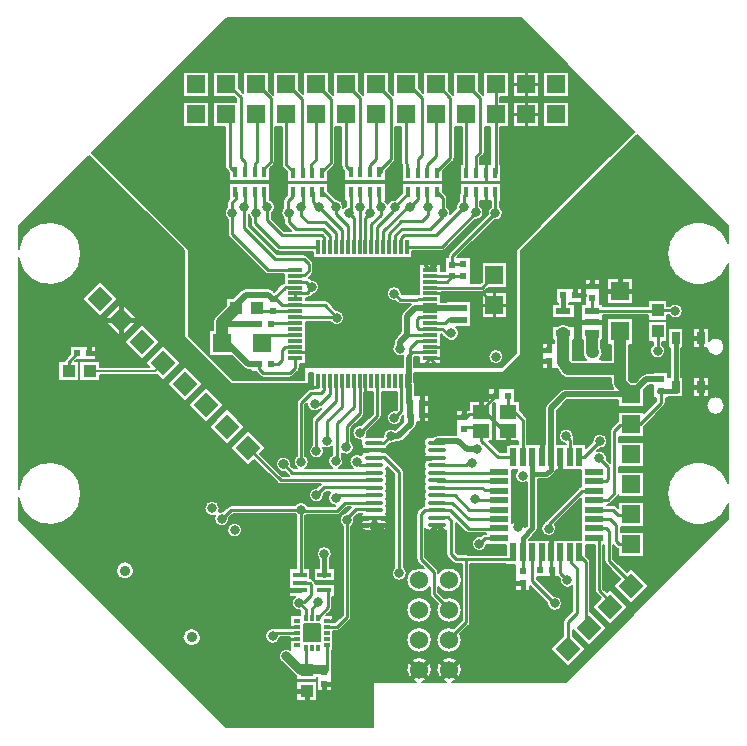
<source format=gbr>
G04 EasyPC Gerber Version 21.0.3 Build 4286 *
G04 #@! TF.Part,Single*
G04 #@! TF.FileFunction,Copper,L1,Top *
G04 #@! TF.FilePolarity,Positive *
%FSLAX35Y35*%
%MOIN*%
G04 #@! TA.AperFunction,SMDPad*
%ADD71R,0.01181X0.04724*%
%ADD74R,0.01200X0.02000*%
%ADD76R,0.01600X0.03500*%
%ADD79O,0.06500X0.01300*%
%ADD20R,0.04724X0.01181*%
%ADD24R,0.01970X0.06100*%
%ADD73R,0.02000X0.01200*%
%ADD78R,0.04600X0.01800*%
%ADD25R,0.06100X0.01970*%
%ADD21R,0.02400X0.02400*%
%ADD75R,0.05000X0.02200*%
%ADD23R,0.02400X0.02400*%
%ADD29R,0.02600X0.04200*%
%ADD81R,0.03937X0.04291*%
%ADD26R,0.03940X0.04330*%
%ADD82R,0.04291X0.03937*%
%ADD27R,0.04330X0.03940*%
%ADD28R,0.05512X0.04528*%
G04 #@! TA.AperFunction,ComponentPad*
%ADD72R,0.06000X0.06000*%
G04 #@! TA.AperFunction,SMDPad*
%ADD22R,0.06300X0.06300*%
G04 #@! TD.AperFunction*
%ADD11C,0.00500*%
%ADD15C,0.00800*%
%ADD14C,0.01000*%
%ADD19C,0.01500*%
%ADD84C,0.02000*%
%ADD85C,0.03000*%
G04 #@! TA.AperFunction,ViaPad*
%ADD83C,0.03200*%
G04 #@! TA.AperFunction,ComponentPad*
%ADD80C,0.03600*%
G04 #@! TD.AperFunction*
%ADD86C,0.04000*%
G04 #@! TA.AperFunction,WasherPad*
%ADD70C,0.06000*%
G04 #@! TA.AperFunction,ComponentPad*
%AMT77*0 Rectangle Pad at angle 45*21,1,0.06000,0.06000,0,0,45*%
%ADD77T77*%
X0Y0D02*
D02*
D11*
X27018Y193782D02*
X3450Y170215D01*
Y162596*
G75*
G02X24350Y161150I10400J-1446*
G01*
G75*
G02X3450Y159704I-10500*
G01*
Y82596*
G75*
G02X24350Y81150I10400J-1446*
G01*
G75*
G02X3450Y79704I-10500*
G01*
Y72385*
X72685Y3150*
X121750*
Y18250*
X135831*
G75*
G02X132700Y22350I1119J4100*
G01*
G75*
G02X141200I4250*
G01*
G75*
G02X138069Y18250I-4250*
G01*
X145831*
G75*
G02X142700Y22350I1119J4100*
G01*
G75*
G02X151200I4250*
G01*
G75*
G02X148069Y18250I-4250*
G01*
X185815*
X240050Y72485*
Y77652*
G75*
G02X219650Y81150I-9900J3498*
G01*
G75*
G02X240050Y84648I10500*
G01*
Y157652*
G75*
G02X219650Y161150I-9900J3498*
G01*
G75*
G02X240050Y164648I10500*
G01*
Y170315*
X209732Y200632*
X170950Y161850*
Y127450*
X164850Y121350*
X135400*
Y118376*
G75*
G02X135700Y117337I-1650J-1039*
G01*
Y113900*
X140400*
Y105000*
X136257*
Y104450*
G75*
G02X135640Y102960I-2107*
G01*
X131440Y98760*
G75*
G02X129950Y98143I-1490J1490*
G01*
X128985*
G75*
G02X127198Y97724I-1436J2107*
G01*
X126487Y97013*
G75*
G02X126085Y96720I-1137J1137*
G01*
G75*
G02X126135Y94553I-1534J-1120*
G01*
G75*
G02X126487Y94287I-786J-1402*
G01*
X131487Y89287*
G75*
G02X131957Y88150I-1137J-1137*
G01*
Y56530*
G75*
G02X132900Y54550I-1607J-1980*
G01*
G75*
G02X127800I-2550*
G01*
G75*
G02X128743Y56530I2550*
G01*
Y87484*
X126319Y89907*
G75*
G02X125981Y89350I-1769J692*
G01*
G75*
G02Y86850I-1431J-1250*
G01*
G75*
G02Y84350I-1431J-1250*
G01*
G75*
G02Y81850I-1431J-1250*
G01*
G75*
G02Y79350I-1431J-1250*
G01*
G75*
G02Y76850I-1431J-1250*
G01*
G75*
G02Y74350I-1431J-1250*
G01*
G75*
G02Y71850I-1431J-1250*
G01*
G75*
G02X124550Y68700I-1431J-1250*
G01*
X119350*
G75*
G02X117919Y71850J1900*
G01*
G75*
G02X117913Y74343I1431J1250*
G01*
X116616*
X115400Y73126*
G75*
G02X114420Y70252I-2429J-776*
G01*
Y40070*
G75*
G02X113996Y39045I-1450*
G01*
X110707Y35756*
G75*
G02X109681Y35331I-1025J1025*
G01*
X108431*
Y28931*
X107789*
Y24000*
X107800*
Y15200*
X102900*
Y20100*
X102865*
Y19130*
X96035*
Y20222*
G75*
G02X95518Y20618I1216J2127*
G01*
X91518Y24618*
G75*
G02X90200Y26850I1232J2232*
G01*
G75*
G02X94031Y29055I2550*
G01*
Y33174*
X90672*
G75*
G02X85600Y33550I-2522J376*
G01*
G75*
G02X86872Y35757I2550*
G01*
G75*
G02X88150Y36389I1278J-975*
G01*
X94031*
Y40631*
X97331*
Y42031*
X97349*
X97273Y42110*
G75*
G02X95591Y46741I-223J2540*
G01*
X93576*
Y56159*
X96000*
Y73806*
G75*
G02X95552Y74300I1650J1944*
G01*
X74851*
X73659Y73108*
G75*
G02X73700Y72650I-2508J-457*
G01*
G75*
G02X68600I-2550*
G01*
G75*
G02X68857Y73767I2550J0*
G01*
G75*
G02X65400Y76150I-907J2383*
G01*
G75*
G02X70500I2550*
G01*
G75*
G02X70243Y75033I-2550J0*
G01*
G75*
G02X71608Y75159I907J-2383*
G01*
X73225Y76775*
G75*
G02X74250Y77200I1025J-1025*
G01*
X95552*
G75*
G02X99839Y77057I2098J-1450*
G01*
X108875*
X108926Y77110*
G75*
G02X107387Y81493I224J2540*
G01*
X105988*
X105293Y80838*
G75*
G02X105300Y80650I-2545J-190*
G01*
G75*
G02X100200I-2550*
G01*
G75*
G02X103088Y83178I2550*
G01*
X104120Y84150*
X90800*
G75*
G02X89775Y84575J1450*
G01*
X81979Y92371*
X79999Y90391*
X73989Y96401*
X79999Y102411*
X86009Y96401*
X84029Y94421*
X91401Y87050*
X93600*
G75*
G02X93575Y87075I1004J1045*
G01*
X92258Y88391*
G75*
G02X89972Y89122I-458J2509*
G01*
G75*
G02X89200Y90950I1778J1828*
G01*
G75*
G02X93578Y92728I2550*
G01*
G75*
G02X94309Y90442I-1778J-1828*
G01*
X95201Y89550*
X96204*
G75*
G02X96200Y93748I1446J2100*
G01*
Y111250*
G75*
G02X96625Y112275I1450*
G01*
X100025Y115675*
G75*
G02X101050Y116100I1025J-1025*
G01*
X101509*
Y121350*
X100350*
Y117650*
X74250*
X58650Y133250*
Y162150*
X27018Y193782*
X18705Y125169D02*
G75*
G02X19125Y126075I1445J-119D01*
G01*
X20600Y127551*
Y130400*
X29400*
Y125500*
X22651*
X22319Y125169*
X23546*
Y118731*
X16754*
Y125169*
X18705*
X24491Y145899D02*
X30501Y151909D01*
X36511Y145899*
X30501Y139889*
X24491Y145899*
X30546Y120600D02*
Y118731D01*
X23754*
Y125169*
X30546*
Y123300*
X47090*
X45704Y124685*
X51715Y130696*
X57725Y124685*
X51715Y118675*
X49625Y120765*
G75*
G02X48979Y120600I-646J1185*
G01*
X30546*
X31562Y138828D02*
X37572Y144838D01*
X43583Y138828*
X37572Y132817*
X31562Y138828*
X36708Y57592D02*
G75*
G02X41021Y53279I2157J-2157D01*
G01*
G75*
G02X36708Y57592I-2157J2157*
G01*
X38633Y131757D02*
X44643Y137767D01*
X50654Y131757*
X44643Y125746*
X38633Y131757*
X52775Y117615D02*
X58785Y123625D01*
X64796Y117615*
X58785Y111604*
X52775Y117615*
X58982Y35318D02*
G75*
G02X63295Y31005I2157J-2157D01*
G01*
G75*
G02X58982Y35318I-2157J2157*
G01*
X59846Y110543D02*
X65857Y116554D01*
X71867Y110543*
X65857Y104533*
X59846Y110543*
X66917Y103472D02*
X72928Y109483D01*
X78938Y103472*
X72928Y97462*
X66917Y103472*
X72900Y68950D02*
G75*
G02X78000I2550D01*
G01*
G75*
G02X72900I-2550*
G01*
X102865Y12130D02*
X96035D01*
Y18570*
X102865*
Y12130*
X138570Y56279D02*
X136425Y58425D01*
G75*
G02X136000Y59450I1025J1025*
G01*
Y74200*
G75*
G02X136425Y75225I1450*
G01*
X137825Y76625*
G75*
G02X138768Y77048I1025J-1025*
G01*
G75*
G02X138919Y79350I1582J1052*
G01*
G75*
G02Y81850I1431J1250*
G01*
G75*
G02Y84350I1431J1250*
G01*
G75*
G02Y86850I1431J1250*
G01*
G75*
G02Y89350I1431J1250*
G01*
G75*
G02Y91850I1431J1250*
G01*
G75*
G02Y94350I1431J1250*
G01*
G75*
G02Y96850I1431J1250*
G01*
G75*
G02X140350Y100000I1431J1250*
G01*
X141646*
G75*
G02X142950Y100500I1304J-1450*
G01*
X149400*
Y109000*
X153732*
Y111907*
X160100*
Y116200*
X168900*
Y111909*
X170444*
Y108829*
X172613Y106661*
G75*
G02X173083Y105524I-1137J-1137*
G01*
Y97496*
X178975*
Y109525*
G75*
G02X179546Y110904I1950J0*
G01*
X184171Y115529*
G75*
G02X185550Y116100I1379J-1379*
G01*
X201575*
G75*
G02X201000Y117850I2375J1750*
G01*
Y119700*
X199167*
G75*
G02X196723Y119543I-1417J2950*
G01*
X186750*
G75*
G02X184291Y120750J3108*
G01*
X182785Y122699*
X177800*
Y131399*
X181943*
Y132249*
X181300*
Y136949*
X183017*
G75*
G02X187083I2033J-2350*
G01*
X188800*
Y132249*
X188158*
Y125911*
X188276Y125757*
X192567*
G75*
G02X191443Y128150I1983J2393*
G01*
Y132249*
X190900*
Y144449*
X192300*
Y152800*
X197200*
Y144449*
X198400*
Y143757*
X213231*
Y145546*
X219669*
Y143600*
X220406*
G75*
G02X224900Y141950I1944J-1650*
G01*
G75*
G02X220128Y140700I-2550*
G01*
X219669*
Y138754*
X213231*
Y140543*
X198400*
Y132249*
X197816*
G75*
G02X197657Y131925I-2867J1200*
G01*
Y129841*
G75*
G02X197161Y125869I-2608J-1691*
G01*
G75*
G02X199167Y125600I589J-3219*
G01*
X201000*
Y130750*
X199550*
Y139550*
X208350*
Y130750*
X206900*
Y119072*
X207572Y118400*
X209142*
X211371Y120629*
G75*
G02X212750Y121200I1379J-1379*
G01*
X215000*
Y121700*
X219900*
Y119900*
X220750*
Y129600*
X219900*
Y136300*
X225000*
Y129600*
X224150*
Y119900*
X225000*
Y113200*
X219900*
Y112900*
X219157*
Y111350*
G75*
G02X218694Y110221I-1607*
G01*
X211900Y103331*
Y99900*
X203500*
Y98400*
X211900*
Y89900*
X203500*
Y88400*
X211900*
Y79900*
X203400*
Y80621*
G75*
G02X203075Y80125I-1350J530*
G01*
X200850Y77900*
G75*
G02X199825Y77475I-1025J1025*
G01*
X199496*
Y77383*
X201625*
G75*
G02X202761Y76912J-1607*
G01*
X203400Y76273*
Y78400*
X211900*
Y69900*
X204233*
Y68400*
X211900*
Y59900*
X203400*
Y62581*
G75*
G02X202613Y63013I350J1569*
G01*
X201600Y64027*
Y59351*
X206120Y54830*
X207750Y56460*
X213760Y50450*
X207750Y44440*
X201740Y50450*
X204070Y52780*
X199125Y57725*
G75*
G02X198700Y58750I1025J1025*
G01*
Y64091*
X198400*
Y49462*
X199576Y48286*
X200679Y49389*
X206689Y43379*
X200679Y37369*
X194669Y43379*
X197525Y46235*
X195925Y47836*
G75*
G02X195500Y48861I1025J1025*
G01*
Y64091*
X192609*
Y60342*
X193575Y59375*
G75*
G02X194000Y58350I-1025J-1025*
G01*
Y41926*
X199618Y36308*
X193608Y30298*
X188157Y35748*
Y33626*
X192547Y29237*
X186537Y23226*
X180526Y29237*
X184943Y33653*
Y38150*
G75*
G02X185413Y39287I1607*
G01*
X188069Y41942*
Y50366*
G75*
G02X183841Y52708I-1719J1884*
G01*
X183249Y53300*
X176233*
Y52616*
X181776Y47072*
G75*
G02X184700Y44550I374J-2522*
G01*
G75*
G02X179600I-2550*
G01*
G75*
G02X179604Y44698I2551J0*
G01*
X174000Y50302*
Y48800*
X169100*
Y57204*
X166091*
Y57800*
X154100*
Y38250*
G75*
G02X153675Y37225I-1450*
G01*
X150735Y34284*
G75*
G02X151200Y32350I-3785J-1933*
G01*
G75*
G02X142700I-4250*
G01*
G75*
G02X148611Y36262I4250*
G01*
X151200Y38851*
Y57643*
X149250*
G75*
G02X148113Y58113J1607*
G01*
X146513Y59713*
G75*
G02X146043Y60850I1137J1137*
G01*
Y68765*
G75*
G02X145550Y68700I-493J1835*
G01*
X140350*
G75*
G02X138900Y69372J1900*
G01*
Y60051*
X142975Y55975*
G75*
G02X143400Y54950I-1025J-1025*
G01*
Y54687*
G75*
G02X151200Y52350I3550J-2337*
G01*
G75*
G02X143400Y50013I-4250*
G01*
Y48251*
X145359Y46291*
G75*
G02X151200Y42350I1591J-3941*
G01*
G75*
G02X142700I-4250*
G01*
G75*
G02X143200Y44350I4250J0*
G01*
X140925Y46625*
G75*
G02X140500Y47650I1025J1025*
G01*
Y50013*
G75*
G02X132700Y52350I-3550J2337*
G01*
G75*
G02X138570Y56279I4250*
G01*
X141200Y32350D02*
G75*
G02X132700I-4250D01*
G01*
G75*
G02X141200I4250*
G01*
Y42350D02*
G75*
G02X132700I-4250D01*
G01*
G75*
G02X141200I4250*
G01*
X183193Y144449D02*
Y144700D01*
X182500*
Y149600*
X191300*
Y144700*
X186908*
Y144449*
X188800*
Y139749*
X181300*
Y144449*
X183193*
X208350Y152950D02*
Y144150D01*
X199550*
Y152950*
X208350*
X215000Y130748D02*
Y131754D01*
X213231*
Y138546*
X219669*
Y131754*
X217900*
Y130748*
G75*
G02X219000Y128650I-1450J-2098*
G01*
G75*
G02X213900I-2550*
G01*
G75*
G02X215000Y130748I2550*
G01*
X232733Y129600D02*
X228400D01*
Y136300*
X233500*
Y132109*
G75*
G02X235750Y133100I2250J-2059*
G01*
G75*
G02Y127000J-3050*
G01*
G75*
G02X232733Y129600J3050*
G01*
X233500Y119900D02*
Y113200D01*
X228400*
Y119900*
X233500*
X235750Y107400D02*
G75*
G02Y113500J3050D01*
G01*
G75*
G02Y107400J-3050*
G01*
X121750Y15350D02*
G36*
X107800D01*
Y15200*
X102900*
Y15350*
X102865*
Y12130*
X96035*
Y15350*
X60485*
X72435Y3400*
X121750*
Y15350*
G37*
X94031Y33161D02*
G36*
X90670D01*
G75*
G02X85630I-2520J389*
G01*
X64189*
G75*
G02X63295Y31005I-3050*
G01*
G75*
G02X58089Y33161I-2157J2157*
G01*
X42674*
X60485Y15350*
X96035*
Y18570*
X102865*
Y15350*
X102900*
Y20100*
X102865*
Y19130*
X96035*
Y20222*
G75*
G02X95518Y20618I1220J2133*
G01*
X91518Y24618*
G75*
G02X90200Y26850I1232J2232*
G01*
G75*
G02X94031Y29055I2550*
G01*
Y33161*
G37*
X200726D02*
G36*
X196472D01*
X193608Y30298*
X190744Y33161*
X188622*
X192547Y29237*
X186537Y23226*
X180526Y29237*
X184451Y33161*
X151122*
G75*
G02X151200Y32350I-4178J-813*
G01*
G75*
G02X142700I-4250*
G01*
G75*
G02X142778Y33161I4250J-1*
G01*
X141122*
G75*
G02X141200Y32350I-4172J-812*
G01*
G75*
G02X132700I-4250*
G01*
G75*
G02X132778Y33161I4250J-1*
G01*
X108431*
Y28931*
X107789*
Y24000*
X107800*
Y15350*
X121750*
Y18250*
X135831*
G75*
G02X132700Y22349I1119J4099*
G01*
G75*
G02Y22350I5013J0*
G01*
G75*
G02X141200I4250*
G01*
G75*
G02X138069Y18250I-4250*
G01*
X145831*
G75*
G02X142700Y22349I1119J4099*
G01*
G75*
G02Y22350I5013J0*
G01*
G75*
G02X151200I4250*
G01*
G75*
G02X148069Y18250I-4250*
G01*
X185815*
X200726Y33161*
G37*
X95949Y42350D02*
G36*
X33485D01*
X42674Y33161*
X58089*
G75*
G02X58982Y35318I3050*
G01*
G75*
G02X64189Y33161I2157J-2157*
G01*
X85630*
G75*
G02X85600Y33550I2520J389*
G01*
G75*
G02X86872Y35757I2551J0*
G01*
G75*
G02X88150Y36389I1277J-974*
G01*
X94031*
Y40631*
X97331*
Y42031*
X97349*
X97273Y42110*
G75*
G02X95949Y42350I-223J2540*
G01*
G37*
X94031Y33161D02*
G36*
Y33174D01*
X90672*
G75*
G02X90670Y33161I-2525J388*
G01*
X94031*
G37*
X151200Y42350D02*
G36*
X151199D01*
G75*
G02X142700I-4250J1*
G01*
X141200*
G75*
G02X132700I-4250*
G01*
X114420*
Y40070*
G75*
G02X113996Y39045I-1453J1*
G01*
X110707Y35756*
G75*
G02X109681Y35331I-1026J1028*
G01*
X108431*
Y33161*
X132778*
G75*
G02X141122I4172J-811*
G01*
X142778*
G75*
G02X148611Y36262I4172J-812*
G01*
X151200Y38851*
Y42350*
G37*
X188069D02*
G36*
X183439D01*
G75*
G02X180861I-1289J2200*
G01*
X154100*
Y38250*
G75*
G02X153675Y37225I-1453J1*
G01*
X150735Y34284*
G75*
G02X151122Y33161I-3791J-1935*
G01*
X184451*
X184943Y33653*
Y38150*
G75*
G02X185413Y39287I1609J-1*
G01*
X188069Y41942*
Y42350*
G37*
X209915D02*
G36*
X205660D01*
X200679Y37369*
X195697Y42350*
X194000*
Y41926*
X199618Y36308*
X196472Y33161*
X200726*
X209915Y42350*
G37*
X190744Y33161D02*
G36*
X188157Y35748D01*
Y33626*
X188622Y33161*
X190744*
G37*
X93576Y55435D02*
G36*
X41915D01*
G75*
G02X41021Y53279I-3050*
G01*
G75*
G02X35815Y55435I-2157J2157*
G01*
X20400*
X33485Y42350*
X95949*
G75*
G02X94500Y44650I1101J2300*
G01*
G75*
G02X95591Y46741I2550*
G01*
X93576*
Y55435*
G37*
X142700Y42350D02*
G36*
Y42350D01*
G75*
G02X143200Y44350I4250*
G01*
X140925Y46625*
G75*
G02X140500Y47650I1028J1026*
G01*
Y50013*
G75*
G02X132700Y52350I-3550J2337*
G01*
G75*
G02X134028Y55435I4250*
G01*
X132741*
G75*
G02X132900Y54550I-2392J-885*
G01*
G75*
G02X127800I-2550*
G01*
G75*
G02X127959Y55435I2551*
G01*
X114420*
Y42350*
X132700*
G75*
G02X141200I4250*
G01*
X142700*
G37*
X144028Y55435D02*
G36*
X143316D01*
G75*
G02X143400Y54950I-1369J-486*
G01*
Y54687*
G75*
G02X144028Y55435I3550J-2337*
G01*
G37*
X169100D02*
G36*
X154100D01*
Y42350*
X180861*
G75*
G02X179600Y44550I1289J2200*
G01*
G75*
G02X179604Y44698I2788J-7*
G01*
X174000Y50302*
Y48800*
X169100*
Y55435*
G37*
X151200D02*
G36*
X149872D01*
G75*
G02X151199Y52350I-2922J-3086*
G01*
Y52349*
G75*
G02X143400Y50013I-4250J2*
G01*
Y48251*
X145359Y46291*
G75*
G02X151199Y42351I1591J-3941*
G01*
G75*
G02Y42350I-4511J0*
G01*
X151200*
Y55435*
G37*
X188069Y42350D02*
G36*
Y50366D01*
G75*
G02X183800Y52250I-1719J1884*
G01*
G75*
G02X183841Y52708I2551*
G01*
X183249Y53300*
X176233*
Y52616*
X181776Y47072*
G75*
G02X184700Y44550I374J-2522*
G01*
G75*
G02X183439Y42350I-2550*
G01*
X188069*
G37*
X223000Y55435D02*
G36*
X208775D01*
X213760Y50450*
X207750Y44440*
X201740Y50450*
X204070Y52780*
X201414Y55435*
X198400*
Y49462*
X199576Y48286*
X200679Y49389*
X206689Y43379*
X205660Y42350*
X209915*
X223000Y55435*
G37*
X195697Y42350D02*
G36*
X194669Y43379D01*
X197525Y46235*
X195925Y47836*
G75*
G02X195500Y48861I1028J1026*
G01*
Y55435*
X194000*
Y42350*
X195697*
G37*
X206725Y55435D02*
G36*
X205515D01*
X206120Y54830*
X206725Y55435*
G37*
X96000Y68950D02*
G36*
X78000D01*
G75*
G02X72900I-2550*
G01*
X6885*
X20400Y55435*
X35815*
G75*
G02X36708Y57592I3050*
G01*
G75*
G02X41915Y55435I2157J-2157*
G01*
X93576*
Y56159*
X96000*
Y68950*
G37*
X127959Y55435D02*
G36*
G75*
G02X128743Y56530I2392J-886D01*
G01*
Y68950*
X125492*
G75*
G02X124550Y68700I-942J1650*
G01*
X119350*
G75*
G02X118408Y68950J1900*
G01*
X114420*
Y55435*
X127959*
G37*
X134028D02*
G36*
G75*
G02X138570Y56278I2922J-3085D01*
G01*
X136425Y58425*
G75*
G02X136000Y59450I1028J1026*
G01*
Y68950*
X131957*
Y56530*
G75*
G02X132741Y55435I-1608J-1980*
G01*
X134028*
G37*
X139407Y68950D02*
G36*
X138900D01*
Y60051*
X142975Y55975*
G75*
G02X143316Y55435I-1028J-1027*
G01*
X144028*
G75*
G02X149872I2922J-3086*
G01*
X151200*
Y57643*
X149250*
G75*
G02X148113Y58113I1J1609*
G01*
X146513Y59713*
G75*
G02X146043Y60850I1138J1137*
G01*
Y68765*
G75*
G02X145550Y68700I-490J1815*
G01*
X140350*
G75*
G02X139407Y68950I-1J1898*
G01*
G37*
X169100Y55435D02*
G36*
Y57204D01*
X166091*
Y57800*
X154100*
Y55435*
X169100*
G37*
X195500D02*
G36*
Y64091D01*
X192609*
Y60342*
X193575Y59375*
G75*
G02X194000Y58350I-1028J-1026*
G01*
Y55435*
X195500*
G37*
X236515Y68950D02*
G36*
X204233D01*
Y68400*
X211900*
Y59900*
X203400*
Y62581*
G75*
G02X202613Y63013I352J1572*
G01*
X201600Y64027*
Y59351*
X205515Y55435*
X206725*
X207750Y56460*
X208775Y55435*
X223000*
X236515Y68950*
G37*
X201414Y55435D02*
G36*
X199125Y57725D01*
G75*
G02X198700Y58750I1028J1026*
G01*
Y64091*
X198400*
Y55435*
X201414*
G37*
X96200Y103472D02*
G36*
X78938D01*
X72928Y97462*
X66917Y103472*
X3700*
Y83838*
G75*
G02X24350Y81150I10150J-2689*
G01*
G75*
G02X3700Y78462I-10500J0*
G01*
Y72135*
X6885Y68950*
X72900*
G75*
G02X78000I2550*
G01*
X96000*
Y73806*
G75*
G02X95552Y74300I1638J1934*
G01*
X74851*
X73659Y73108*
G75*
G02X73700Y72653I-2485J-455*
G01*
G75*
G02Y72650I-2589J-1*
G01*
G75*
G02X68600I-2550*
G01*
G75*
G02X68857Y73767I2556J-1*
G01*
G75*
G02X65400Y76150I-907J2383*
G01*
G75*
G02X70500I2550*
G01*
G75*
G02X70243Y75033I-2556J1*
G01*
G75*
G02X71608Y75159I907J-2382*
G01*
X73225Y76775*
G75*
G02X74250Y77200I1026J-1028*
G01*
X95552*
G75*
G02X99839Y77057I2098J-1450*
G01*
X108875*
X108926Y77110*
G75*
G02X106600Y79650I224J2540*
G01*
G75*
G02X107387Y81493I2550*
G01*
X105988*
X105293Y80838*
G75*
G02X105300Y80650I-2786J-199*
G01*
G75*
G02X100200I-2550*
G01*
G75*
G02X103088Y83178I2550*
G01*
X104120Y84150*
X90800*
G75*
G02X89775Y84575I1J1453*
G01*
X81979Y92371*
X79999Y90391*
X73989Y96401*
X79999Y102411*
X86009Y96401*
X84029Y94421*
X91401Y87050*
X93600*
G75*
G02X93575Y87075I769J806*
G01*
X92258Y88391*
G75*
G02X89972Y89122I-458J2507*
G01*
G75*
G02X89200Y90950I1777J1828*
G01*
Y90950*
G75*
G02X93578Y92728I2550*
G01*
G75*
G02X94350Y90900I-1777J-1828*
G01*
G75*
G02X94309Y90442I-2550J-1*
G01*
X95201Y89550*
X96204*
G75*
G02X95100Y91650I1446J2100*
G01*
G75*
G02X96200Y93748I2550*
G01*
Y103472*
G37*
X118408Y68950D02*
G36*
G75*
G02X117450Y70600I942J1650D01*
G01*
G75*
G02X117919Y71850I1900*
G01*
G75*
G02X117450Y73100I1431J1250*
G01*
G75*
G02X117913Y74343I1900*
G01*
X116616*
X115400Y73126*
G75*
G02X115520Y72350I-2429J-776*
G01*
G75*
G02X114420Y70252I-2550*
G01*
Y68950*
X118408*
G37*
X128743D02*
G36*
Y87484D01*
X126319Y89907*
G75*
G02X125981Y89350I-1765J689*
G01*
G75*
G02X126450Y88100I-1432J-1250*
G01*
G75*
G02X125981Y86850I-1901*
G01*
G75*
G02X126450Y85600I-1432J-1250*
G01*
G75*
G02X125981Y84350I-1901*
G01*
G75*
G02X126450Y83100I-1432J-1250*
G01*
G75*
G02X125981Y81850I-1901*
G01*
G75*
G02X126450Y80600I-1432J-1250*
G01*
G75*
G02X125981Y79350I-1901*
G01*
G75*
G02X126450Y78100I-1432J-1250*
G01*
G75*
G02X125981Y76850I-1901*
G01*
G75*
G02X126450Y75600I-1432J-1250*
G01*
G75*
G02X125981Y74350I-1901*
G01*
G75*
G02X126450Y73100I-1432J-1250*
G01*
G75*
G02X125981Y71850I-1901*
G01*
G75*
G02X126450Y70600I-1431J-1250*
G01*
G75*
G02X125492Y68950I-1900*
G01*
X128743*
G37*
X149400Y103472D02*
G36*
X136017D01*
G75*
G02X135640Y102960I-1870J980*
G01*
X131440Y98760*
G75*
G02X129950Y98143I-1491J1493*
G01*
X128985*
G75*
G02X127198Y97724I-1435J2107*
G01*
X126487Y97013*
G75*
G02X126085Y96720I-1135J1134*
G01*
G75*
G02X126450Y95600I-1534J-1120*
G01*
G75*
G02X126135Y94553I-1900J0*
G01*
G75*
G02X126487Y94287I-785J-1400*
G01*
X131487Y89287*
G75*
G02X131957Y88150I-1138J-1137*
G01*
Y68950*
X136000*
Y74200*
G75*
G02X136425Y75225I1453J-1*
G01*
X137825Y76625*
G75*
G02X138768Y77048I1026J-1026*
G01*
G75*
G02X138450Y78100I1581J1052*
G01*
G75*
G02X138919Y79350I1900J0*
G01*
G75*
G02X138450Y80600I1430J1250*
G01*
G75*
G02X138919Y81850I1900*
G01*
G75*
G02X138450Y83100I1430J1250*
G01*
G75*
G02X138919Y84350I1900*
G01*
G75*
G02X138450Y85600I1430J1250*
G01*
G75*
G02X138919Y86850I1900*
G01*
G75*
G02X138450Y88100I1430J1250*
G01*
G75*
G02X138919Y89350I1900*
G01*
G75*
G02X138450Y90600I1430J1250*
G01*
G75*
G02X138919Y91850I1900*
G01*
G75*
G02X138450Y93100I1430J1250*
G01*
G75*
G02X138919Y94350I1900*
G01*
G75*
G02X138450Y95600I1430J1250*
G01*
G75*
G02X138919Y96850I1900*
G01*
G75*
G02X138450Y98100I1431J1250*
G01*
G75*
G02X140350Y100000I1900*
G01*
X141646*
G75*
G02X142950Y100500I1303J-1447*
G01*
X149400*
Y103472*
G37*
X139407Y68950D02*
G36*
G75*
G02X138900Y69372I942J1648D01*
G01*
Y68950*
X139407*
G37*
X178975Y103472D02*
G36*
X173083D01*
Y97496*
X178975*
Y103472*
G37*
X239800Y85289D02*
G36*
Y103472D01*
X212039*
X211900Y103331*
Y99900*
X203500*
Y98400*
X211900*
Y89900*
X203500*
Y88400*
X211900*
Y79900*
X203400*
Y80621*
G75*
G02X203075Y80125I-1341J524*
G01*
X200850Y77900*
G75*
G02X199825Y77475I-1026J1028*
G01*
X199496*
Y77383*
X201625*
G75*
G02X202761Y76912I-1J-1609*
G01*
X203400Y76273*
Y78400*
X211900*
Y69900*
X204233*
Y68950*
X236515*
X239800Y72235*
Y77011*
G75*
G02X219650Y81150I-9650J4139*
G01*
G75*
G02X239800Y85289I10500*
G01*
G37*
X96200Y110543D02*
G36*
X71867D01*
X65857Y104533*
X59846Y110543*
X3700*
Y103472*
X66917*
X72928Y109483*
X78938Y103472*
X96200*
Y110543*
G37*
X149400Y103472D02*
G36*
Y109000D01*
X153732*
Y110543*
X140400*
Y105000*
X136257*
Y104450*
G75*
G02X136017Y103472I-2110J1*
G01*
X149400*
G37*
X179262Y110543D02*
G36*
X170444D01*
Y108829*
X172613Y106661*
G75*
G02X173083Y105524I-1138J-1137*
G01*
Y103472*
X178975*
Y109525*
G75*
G02X179262Y110543I1950J0*
G01*
G37*
X218941D02*
G36*
G75*
G02X218694Y110221I-1389J806D01*
G01*
X212039Y103472*
X239800*
Y110543*
X238798*
G75*
G02X238800Y110450I-3049J-98*
G01*
G75*
G02X235750Y107400I-3050*
G01*
G75*
G02X232700Y110450J3050*
G01*
G75*
G02X232702Y110543I3050J-5*
G01*
X218941*
G37*
X96200D02*
G36*
Y111250D01*
G75*
G02X96625Y112275I1453J-1*
G01*
X100025Y115675*
G75*
G02X101050Y116100I1026J-1028*
G01*
X101509*
Y117615*
X64796*
X58785Y111604*
X52775Y117615*
X3700*
Y110543*
X59846*
X65857Y116554*
X71867Y110543*
X96200*
G37*
X201009Y117615D02*
G36*
X135680D01*
G75*
G02X135700Y117337I-1929J-276*
G01*
Y113900*
X140400*
Y110543*
X153732*
Y111907*
X160100*
Y116200*
X168900*
Y111909*
X170444*
Y110543*
X179262*
G75*
G02X179546Y110904I1662J-1018*
G01*
X184171Y115529*
G75*
G02X185550Y116100I1379J-1378*
G01*
X201575*
G75*
G02X201009Y117615I2378J1751*
G01*
G37*
X233500D02*
G36*
Y113200D01*
X228400*
Y117615*
X225000*
Y113200*
X219900*
Y112900*
X219157*
Y111350*
Y111350*
G75*
G02X218941Y110543I-1606*
G01*
X232702*
G75*
G02X235750Y113500I3048J-93*
G01*
G75*
G02X238798Y110543J-3050*
G01*
X239800*
Y117615*
X233500*
G37*
X67334Y124566D02*
G36*
X57605D01*
X51715Y118675*
X49625Y120765*
G75*
G02X48979Y120600I-645J1183*
G01*
X30546*
Y118731*
X23754*
Y124566*
X23546*
Y118731*
X16754*
Y124566*
X3700*
Y117615*
X52775*
X58785Y123625*
X64796Y117615*
X101509*
Y121350*
X100350*
Y117650*
X74250*
X67334Y124566*
G37*
X45824D02*
G36*
X30546D01*
Y123300*
X47090*
X45824Y124566*
G37*
X201009Y117615D02*
G36*
G75*
G02X201000Y117850I2944J236D01*
G01*
Y119700*
X199167*
G75*
G02X196723Y119543I-1417J2949*
G01*
X186750*
G75*
G02X184291Y120750J3107*
G01*
X182785Y122699*
X177800*
Y124566*
X168066*
X164850Y121350*
X135400*
Y118376*
G75*
G02X135680Y117615I-1647J-1039*
G01*
X201009*
G37*
X220750Y124566D02*
G36*
X206900D01*
Y119072*
X207572Y118400*
X209142*
X211371Y120629*
G75*
G02X212750Y121200I1379J-1378*
G01*
X215000*
Y121700*
X219900*
Y119900*
X220750*
Y124566*
G37*
X225000Y117615D02*
G36*
X228400D01*
Y119900*
X233500*
Y117615*
X239800*
Y124566*
X224150*
Y119900*
X225000*
Y117615*
G37*
X60143Y131757D02*
G36*
X50654D01*
X44643Y125746*
X38633Y131757*
X3700*
Y124566*
X16754*
Y125169*
X18705*
G75*
G02X19125Y126075I1447J-120*
G01*
X20600Y127551*
Y130400*
X29400*
Y125500*
X22651*
X22319Y125169*
X23546*
Y124566*
X23754*
Y125169*
X30546*
Y124566*
X45824*
X45704Y124685*
X51715Y130696*
X57725Y124685*
X57605Y124566*
X67334*
X60143Y131757*
G37*
X177800Y124566D02*
G36*
Y131399D01*
X181943*
Y131757*
X170950*
Y127450*
X168066Y124566*
X177800*
G37*
X191443Y131757D02*
G36*
X188158D01*
Y125911*
X188276Y125757*
X192567*
G75*
G02X191443Y128150I1985J2393*
G01*
Y131757*
G37*
X199550D02*
G36*
X197657D01*
Y129841*
G75*
G02X198157Y128150I-2608J-1691*
G01*
G75*
G02X197161Y125869I-3107*
G01*
G75*
G02X199167Y125600I589J-3220*
G01*
X201000*
Y130750*
X199550*
Y131757*
G37*
X219900D02*
G36*
X219669D01*
Y131754*
X217900*
Y130748*
G75*
G02X219000Y128650I-1450J-2098*
G01*
G75*
G02X213900I-2550*
G01*
G75*
G02X215000Y130748I2550J0*
G01*
Y131754*
X213231*
Y131757*
X208350*
Y130750*
X206900*
Y124566*
X220750*
Y129600*
X219900*
Y131757*
G37*
X238278D02*
G36*
G75*
G02X238800Y130050I-2528J-1706D01*
G01*
G75*
G02X235750Y127000I-3050*
G01*
G75*
G02X232733Y129600J3050*
G01*
X228400*
Y131757*
X225000*
Y129600*
X224150*
Y124566*
X239800*
Y131757*
X238278*
G37*
X58650Y138828D02*
G36*
X43583D01*
X37572Y132817*
X31562Y138828*
X3700*
Y131757*
X38633*
X44643Y137767*
X50654Y131757*
X60143*
X58650Y133250*
Y138828*
G37*
X190900D02*
G36*
X170950D01*
Y131757*
X181943*
Y132249*
X181300*
Y136949*
X183017*
G75*
G02X187083I2033J-2350*
G01*
X188800*
Y132249*
X188158*
Y131757*
X191443*
Y132249*
X190900*
Y138828*
G37*
X199550D02*
G36*
X198400D01*
Y132249*
X197816*
G75*
G02X197657Y131925I-2888J1210*
G01*
Y131757*
X199550*
Y138828*
G37*
X225000Y131757D02*
G36*
X228400D01*
Y136300*
X233500*
Y132109*
G75*
G02X235750Y133100I2250J-2059*
G01*
G75*
G02X238278Y131757J-3050*
G01*
X239800*
Y138828*
X219669*
Y138754*
X213231*
Y138828*
X208350*
Y131757*
X213231*
Y138546*
X219669*
Y131757*
X219900*
Y136300*
X225000*
Y131757*
G37*
X58650Y145899D02*
G36*
X36511D01*
X30501Y139889*
X24491Y145899*
X3700*
Y138828*
X31562*
X37572Y144838*
X43583Y138828*
X58650*
Y145899*
G37*
X190900Y138828D02*
G36*
Y144449D01*
X192300*
Y145899*
X191300*
Y144700*
X186908*
Y144449*
X188800*
Y139749*
X181300*
Y144449*
X183193*
Y144700*
X182500*
Y145899*
X170950*
Y138828*
X190900*
G37*
X219669D02*
G36*
X239800D01*
Y145899*
X208350*
Y144150*
X199550*
Y145899*
X197200*
Y144449*
X198400*
Y143757*
X213231*
Y145546*
X219669*
Y143600*
X220406*
G75*
G02X224900Y141950I1944J-1650*
G01*
G75*
G02X220128Y140700I-2550J0*
G01*
X219669*
Y138828*
G37*
X213231D02*
G36*
Y140543D01*
X198400*
Y138828*
X199550*
Y139550*
X208350*
Y138828*
X213231*
G37*
X58650Y145899D02*
G36*
Y162150D01*
X27018Y193782*
X3700Y170465*
Y163838*
G75*
G02X24350Y161150I10150J-2689*
G01*
G75*
G02X3700Y158462I-10500J0*
G01*
Y145899*
X24491*
X30501Y151909*
X36511Y145899*
X58650*
G37*
X197200D02*
G36*
X199550D01*
Y152950*
X208350*
Y145899*
X239800*
Y157011*
G75*
G02X219650Y161150I-9650J4139*
G01*
G75*
G02X239800Y165289I10500*
G01*
Y170565*
X209982Y200382*
X209482*
X170950Y161850*
Y145899*
X182500*
Y149600*
X191300*
Y145899*
X192300*
Y152800*
X197200*
Y145899*
G37*
X27918Y194682D02*
X60150Y162450D01*
Y133550*
X74850Y118850*
X98750*
Y123450*
X131600*
Y126650*
G75*
G02X131698Y127173I1450J0*
G01*
G75*
G02X128600Y131093I-1148J2277*
G01*
Y131750*
G75*
G02X129171Y133129I1950J0*
G01*
X130646Y134603*
G75*
G02X130900Y135218I2205J-553*
G01*
Y140150*
G75*
G02X131471Y141529I1950J0*
G01*
X134171Y144229*
G75*
G02X134207Y144264I1383J-1378*
G01*
X130650*
G75*
G02X129548Y144701J1607*
G01*
X128994Y145223*
G75*
G02X126100Y147750I-344J2527*
G01*
G75*
G02X131200I2550*
G01*
G75*
G02X131193Y147568I-2552J2*
G01*
X131288Y147479*
X136942*
Y157554*
X144166*
Y155195*
X145600*
Y159900*
X146600*
Y160350*
G75*
G02X147025Y161375I1450*
G01*
X159841Y174192*
G75*
G02X160900Y176748I2509J458*
G01*
Y178600*
X157400*
Y176948*
G75*
G02X155492Y172341I-1450J-2098*
G01*
X145516Y162365*
G75*
G02X144491Y161941I-1025J1025*
G01*
X134718*
Y159778*
X101509*
Y161783*
X90191*
G75*
G02X89050Y162258J1607*
G01*
X81250Y170118*
G75*
G02X80783Y171250I1141J1132*
G01*
Y172913*
G75*
G02X80157Y174112I1867J1737*
G01*
Y170320*
X89616Y160862*
X98541*
G75*
G02X99677Y160391J-1607*
G01*
X101287Y158782*
G75*
G02X101757Y157645I-1137J-1137*
G01*
Y155255*
G75*
G02X101287Y154118I-1607*
G01*
X100281Y153113*
G75*
G02X100523Y152913I-896J-1335*
G01*
X100945Y152492*
G75*
G02X101455Y147419I205J-2542*
G01*
X100850Y146813*
G75*
G02X99713Y146343I-1137J1137*
G01*
X99285*
Y145557*
X105750*
G75*
G02X106951Y145019J-1607*
G01*
X109372Y142297*
G75*
G02X112037Y139750I115J-2547*
G01*
G75*
G02X107350Y138358I-2550*
G01*
X99285*
Y124346*
X97123*
Y122873*
G75*
G02X96698Y121848I-1450*
G01*
X95075Y120225*
G75*
G02X94050Y119800I-1025J1025*
G01*
X85050*
G75*
G02X84025Y120225J1450*
G01*
X82525Y121725*
G75*
G02X82455Y121800I1024J1024*
G01*
X81100*
Y122300*
X79950*
G75*
G02X78571Y122871I0J1950*
G01*
X74492Y126950*
X66950*
Y135750*
X68400*
Y136433*
G75*
G02X68634Y139677I2950J1417*
G01*
G75*
G02X69437Y140609I2716J-1527*
G01*
X72630Y143802*
Y146265*
X75085*
X77760Y148940*
G75*
G02X79250Y149557I1490J-1490*
G01*
X86750*
G75*
G02X88287Y148891J-2107*
G01*
X88683Y148470*
X91103Y150935*
G75*
G02X92061Y151405I1147J-1126*
G01*
Y154264*
X86486*
G75*
G02X85461Y154689J1450*
G01*
X73625Y166525*
G75*
G02X73200Y167550I1025J1025*
G01*
Y172552*
G75*
G02X73043Y176630I1450J2098*
G01*
Y178250*
G75*
G02X73564Y179435I1607*
G01*
X73700Y179560*
Y184700*
X87400*
Y178974*
G75*
G02X87800Y174552I-1050J-2324*
G01*
Y172751*
X91851Y168700*
X94227*
X92313Y170613*
G75*
G02X91843Y171750I1137J1137*
G01*
Y172670*
G75*
G02X91743Y176544I1607J1980*
G01*
Y178750*
G75*
G02X92250Y179923I1607J0*
G01*
X92900Y180531*
Y184600*
X106600*
Y182073*
X109384Y179289*
G75*
G02X111646Y176226I-235J-2539*
G01*
G75*
G02X112700Y177017I2005J-1576*
G01*
Y178700*
X112100*
Y184700*
X125800*
Y178700*
X125667*
G75*
G02X126500Y177640I-1517J-2050*
G01*
G75*
G02X129308Y179159I2350J-990*
G01*
X131300Y181151*
Y184600*
X145000*
Y181601*
X145875Y180725*
G75*
G02X146300Y179700I-1025J-1025*
G01*
Y176748*
G75*
G02X147362Y174213I-1450J-2097*
G01*
X149341Y176192*
G75*
G02X150243Y178630I2509J458*
G01*
Y180550*
G75*
G02X150630Y181596I1607*
G01*
X150700Y181678*
Y184600*
X164400*
Y178600*
X163800*
Y176748*
G75*
G02X161892Y172141I-1450J-2098*
G01*
X149751Y160000*
X154200*
Y151258*
X157307*
X157800Y151751*
Y158200*
X166300*
Y149700*
X159851*
X158933Y148783*
G75*
G02X157908Y148358I-1025J1025*
G01*
X144166*
Y144900*
X145800*
Y145400*
X154300*
Y136600*
X149267*
G75*
G02X150300Y134550I-1517J-2050*
G01*
G75*
G02X145726Y133000I-2550*
G01*
G75*
G02X144983Y133445I424J1551*
G01*
X144166Y134307*
Y124346*
X136942*
Y126705*
X135400*
Y123450*
X164650*
X169150Y127950*
Y162450*
X188850Y182150*
X188950*
X208582Y201782*
X170815Y239550*
X72785*
X27918Y194682*
X66900Y211800D02*
Y203300D01*
X58400*
Y211800*
X66900*
Y221800D02*
Y213300D01*
X58400*
Y221800*
X66900*
X72400Y203300D02*
X68400D01*
Y211800*
X76043*
Y212484*
X75227Y213300*
X68400*
Y221800*
X76900*
Y216173*
X78400Y214673*
Y221800*
X86900*
Y215450*
X88400Y213950*
Y221800*
X96900*
Y215751*
X98400Y214251*
Y221800*
X106900*
Y215351*
X108400Y213851*
Y221800*
X116900*
Y215351*
X118375Y213875*
G75*
G02X118400Y213850I-1020J-1029*
G01*
Y221800*
X126900*
Y215351*
X128400Y213851*
Y221800*
X136900*
Y216273*
X138400Y214773*
Y221800*
X146900*
Y215450*
X148360Y213990*
G75*
G02X148400Y213950I-1012J-1042*
G01*
Y221800*
X156900*
Y215351*
X158375Y213875*
G75*
G02X158400Y213850I-1020J-1029*
G01*
Y221800*
X166900*
Y213300*
X164100*
Y211800*
X166900*
Y203300*
X163957*
Y191100*
X164400*
Y185100*
X150700*
Y191100*
X151143*
Y203300*
X148800*
Y192950*
G75*
G02X148360Y191910I-1450*
G01*
X145000Y188550*
Y185100*
X131300*
Y190439*
G75*
G02X130943Y191450I1250J1011*
G01*
Y203300*
X129100*
Y192550*
G75*
G02X128675Y191525I-1450*
G01*
X125800Y188649*
Y185200*
X112100*
Y188749*
X111425Y189425*
G75*
G02X111000Y190450I1025J1025*
G01*
Y203300*
X108900*
Y191250*
G75*
G02X108475Y190225I-1450*
G01*
X106600Y188349*
Y185100*
X92900*
Y188227*
X91613Y189513*
G75*
G02X91143Y190650I1137J1137*
G01*
Y203300*
X88900*
Y191800*
G75*
G02X88460Y190760I-1450*
G01*
X87400Y189700*
Y185200*
X73700*
Y187999*
X72825Y188875*
G75*
G02X72400Y189900I1025J1025*
G01*
Y203300*
X165100Y126750D02*
G75*
G02X160000I-2550D01*
G01*
G75*
G02X165100I2550*
G01*
X166300Y139700D02*
X157800D01*
Y148200*
X166300*
Y139700*
X176900Y211800D02*
Y203300D01*
X168400*
Y211800*
X176900*
Y221800D02*
Y213300D01*
X168400*
Y221800*
X176900*
X186900Y211800D02*
Y203300D01*
X178400*
Y211800*
X186900*
Y221800D02*
Y213300D01*
X178400*
Y221800*
X186900*
X98750Y119100D02*
G36*
Y123450D01*
X131600*
Y126650*
G75*
G02X131604Y126750I1461J-2*
G01*
X99285*
Y124346*
X97123*
Y122873*
G75*
G02X96698Y121848I-1453J1*
G01*
X95075Y120225*
G75*
G02X94050Y119800I-1026J1028*
G01*
X85050*
G75*
G02X84025Y120225I1J1453*
G01*
X82525Y121725*
G75*
G02X82455Y121800I952J957*
G01*
X81100*
Y122300*
X79950*
G75*
G02X78571Y122871J1950*
G01*
X74692Y126750*
X66950*
X74600Y119100*
X98750*
G37*
X167950Y126750D02*
G36*
X165100D01*
G75*
G02X160000I-2550*
G01*
X144166*
Y124346*
X136942*
Y126705*
X135400*
Y123450*
X164650*
X167950Y126750*
G37*
X72630Y143950D02*
G36*
X60150D01*
Y133550*
X66950Y126750*
X74692*
X74492Y126950*
X66950*
Y135750*
X68400*
Y136433*
G75*
G02X68077Y137850I2949J1418*
G01*
G75*
G02X68634Y139677I3272J0*
G01*
G75*
G02X69437Y140609I2716J-1527*
G01*
X72630Y143802*
Y143950*
G37*
X133893D02*
G36*
X107902D01*
X109372Y142297*
G75*
G02X112037Y139750I115J-2548*
G01*
G75*
G02X107350Y138358I-2550*
G01*
X99285*
Y126750*
X131604*
G75*
G02X131698Y127173I1458J-102*
G01*
G75*
G02X128000Y129450I-1148J2277*
G01*
G75*
G02X128600Y131093I2550*
G01*
Y131750*
G75*
G02X129171Y133129I1950*
G01*
X130646Y134603*
G75*
G02X130900Y135218I2221J-559*
G01*
Y140150*
G75*
G02X131471Y141529I1950*
G01*
X133893Y143950*
G37*
X169150D02*
G36*
X166300D01*
Y139700*
X157800*
Y143950*
X154300*
Y136600*
X149267*
G75*
G02X150300Y134551I-1515J-2049*
G01*
G75*
G02Y134550I-2506J0*
G01*
G75*
G02X145726Y133000I-2550*
G01*
G75*
G02X144983Y133445I425J1551*
G01*
X144166Y134307*
Y126750*
X160000*
G75*
G02X165100I2550*
G01*
X167950*
X169150Y127950*
Y143950*
G37*
X186900Y207550D02*
G36*
Y203300D01*
X178400*
Y207550*
X176900*
Y203300*
X168400*
Y207550*
X166900*
Y203300*
X163957*
Y191100*
X164400*
Y185100*
X150700*
Y191100*
X151143*
Y203300*
X148800*
Y192950*
G75*
G02X148360Y191910I-1452J1*
G01*
X145000Y188550*
Y185100*
X131300*
Y190439*
G75*
G02X130943Y191450I1253J1012*
G01*
Y203300*
X129100*
Y192550*
G75*
G02X128675Y191525I-1453J1*
G01*
X125800Y188649*
Y185200*
X112100*
Y188749*
X111425Y189425*
G75*
G02X111000Y190450I1028J1026*
G01*
Y203300*
X108900*
Y191250*
G75*
G02X108475Y190225I-1453J1*
G01*
X106600Y188349*
Y185100*
X92900*
Y188227*
X91613Y189513*
G75*
G02X91143Y190650I1138J1137*
G01*
Y203300*
X88900*
Y191800*
G75*
G02X88460Y190760I-1452J1*
G01*
X87400Y189700*
Y185200*
X73700*
Y187999*
X72825Y188875*
G75*
G02X72400Y189900I1028J1026*
G01*
Y203300*
X68400*
Y207550*
X66900*
Y203300*
X58400*
Y207550*
X40785*
X28168Y194932*
Y194432*
X60150Y162450*
Y143950*
X72630*
Y146265*
X75085*
X77760Y148940*
G75*
G02X79250Y149557I1491J-1493*
G01*
X86750*
G75*
G02X88287Y148891I0J-2106*
G01*
X88683Y148470*
X91103Y150935*
G75*
G02X92061Y151405I1146J-1124*
G01*
Y154264*
X86486*
G75*
G02X85461Y154689I1J1453*
G01*
X73625Y166525*
G75*
G02X73200Y167550I1028J1026*
G01*
Y172552*
G75*
G02X72100Y174650I1450J2098*
G01*
G75*
G02X73043Y176630I2550*
G01*
Y178250*
G75*
G02X73564Y179435I1609J-1*
G01*
X73700Y179560*
Y184700*
X87400*
Y178974*
G75*
G02X88900Y176650I-1050J-2324*
G01*
G75*
G02X87800Y174552I-2550*
G01*
Y172751*
X91851Y168700*
X94227*
X92313Y170613*
G75*
G02X91843Y171750I1138J1137*
G01*
Y172670*
G75*
G02X90900Y174650I1607J1980*
G01*
G75*
G02X91743Y176544I2550*
G01*
Y178750*
Y178750*
G75*
G02X92250Y179923I1607*
G01*
X92900Y180531*
Y184600*
X106600*
Y182073*
X109384Y179289*
G75*
G02X111700Y176750I-235J-2540*
G01*
G75*
G02X111646Y176226I-2552J0*
G01*
G75*
G02X112700Y177017I2006J-1579*
G01*
Y178700*
X112100*
Y184700*
X125800*
Y178700*
X125667*
G75*
G02X126500Y177640I-1515J-2049*
G01*
G75*
G02X129308Y179159I2350J-990*
G01*
X131300Y181151*
Y184600*
X145000*
Y181601*
X145875Y180725*
G75*
G02X146300Y179700I-1028J-1026*
G01*
Y176748*
G75*
G02X147400Y174651I-1448J-2097*
G01*
G75*
G02X147362Y174213I-2549J0*
G01*
X149341Y176192*
G75*
G02X149300Y176650I2509J457*
G01*
G75*
G02X150243Y178630I2551*
G01*
Y180550*
G75*
G02X150630Y181596I1610J-1*
G01*
X150700Y181678*
Y184600*
X164400*
Y178600*
X163800*
Y176748*
G75*
G02X164900Y174650I-1450J-2098*
G01*
G75*
G02X161892Y172141I-2550*
G01*
X149751Y160000*
X154200*
Y151258*
X157307*
X157800Y151751*
Y158200*
X166300*
Y149700*
X159851*
X158933Y148783*
G75*
G02X157908Y148358I-1026J1028*
G01*
X144166*
Y144900*
X145800*
Y145400*
X154300*
Y143950*
X157800*
Y148200*
X166300*
Y143950*
X169150*
Y162450*
X188850Y182150*
X188950*
X208332Y201532*
Y202032*
X202815Y207550*
X186900*
G37*
X133893Y143950D02*
G36*
X134171Y144229D01*
G75*
G02X134207Y144264I806J-789*
G01*
X130650*
G75*
G02X129548Y144701I0J1609*
G01*
X128994Y145223*
G75*
G02X126100Y147750I-344J2527*
G01*
G75*
G02X131200I2550*
G01*
G75*
G02Y147744I-2429J-3*
G01*
G75*
G02X131193Y147568I-2338*
G01*
X131288Y147479*
X136942*
Y157554*
X144166*
Y155195*
X145600*
Y159900*
X146600*
Y160350*
G75*
G02X147025Y161375I1453J-1*
G01*
X159841Y174192*
G75*
G02X159800Y174650I2509J457*
G01*
G75*
G02X160900Y176748I2550*
G01*
Y178600*
X157400*
Y176948*
G75*
G02X158500Y174850I-1450J-2098*
G01*
G75*
G02X155492Y172341I-2550*
G01*
X145516Y162365*
G75*
G02X144491Y161941I-1026J1028*
G01*
X134718*
Y159778*
X101509*
Y161783*
X90191*
G75*
G02X89050Y162258J1607*
G01*
X81250Y170118*
G75*
G02X80783Y171250I1142J1133*
G01*
Y172913*
G75*
G02X80157Y174112I1866J1736*
G01*
Y170320*
X89616Y160862*
X98541*
G75*
G02X99677Y160391I-1J-1609*
G01*
X101287Y158782*
G75*
G02X101757Y157645I-1138J-1137*
G01*
Y155255*
G75*
G02X101287Y154118I-1609J1*
G01*
X100281Y153113*
G75*
G02X100523Y152913I-892J-1331*
G01*
X100945Y152492*
G75*
G02X103700Y149950I205J-2542*
G01*
G75*
G02X101455Y147419I-2550*
G01*
X100850Y146813*
G75*
G02X99713Y146343I-1137J1138*
G01*
X99285*
Y145557*
X105750*
G75*
G02X106951Y145019J-1608*
G01*
X107902Y143950*
X133893*
G37*
X68400Y207550D02*
G36*
Y211800D01*
X76043*
Y212484*
X75227Y213300*
X68400*
Y217550*
X66900*
Y213300*
X58400*
Y217550*
X50785*
X40785Y207550*
X58400*
Y211800*
X66900*
Y207550*
X68400*
G37*
X78400Y217550D02*
G36*
X76900D01*
Y216173*
X78400Y214673*
Y217550*
G37*
X88400D02*
G36*
X86900D01*
Y215450*
X88400Y213950*
Y217550*
G37*
X98400D02*
G36*
X96900D01*
Y215751*
X98400Y214251*
Y217550*
G37*
X108400D02*
G36*
X106900D01*
Y215351*
X108400Y213851*
Y217550*
G37*
X118400D02*
G36*
X116900D01*
Y215351*
X118375Y213875*
G75*
G02X118400Y213850I-781J-794*
G01*
Y217550*
G37*
X128400D02*
G36*
X126900D01*
Y215351*
X128400Y213851*
Y217550*
G37*
X138400D02*
G36*
X136900D01*
Y216273*
X138400Y214773*
Y217550*
G37*
X148400D02*
G36*
X146900D01*
Y215450*
X148360Y213990*
G75*
G02X148400Y213950I-661J-694*
G01*
Y217550*
G37*
X186900D02*
G36*
Y213300D01*
X178400*
Y217550*
X176900*
Y213300*
X168400*
Y217550*
X166900*
Y213300*
X164100*
Y211800*
X166900*
Y207550*
X168400*
Y211800*
X176900*
Y207550*
X178400*
Y211800*
X186900*
Y207550*
X202815*
X192815Y217550*
X186900*
G37*
X158400D02*
G36*
X156900D01*
Y215351*
X158375Y213875*
G75*
G02X158400Y213850I-781J-794*
G01*
Y217550*
G37*
X166900D02*
G36*
X168400D01*
Y221800*
X176900*
Y217550*
X178400*
Y221800*
X186900*
Y217550*
X192815*
X171065Y239300*
X72535*
X50785Y217550*
X58400*
Y221800*
X66900*
Y217550*
X68400*
Y221800*
X76900*
Y217550*
X78400*
Y221800*
X86900*
Y217550*
X88400*
Y221800*
X96900*
Y217550*
X98400*
Y221800*
X106900*
Y217550*
X108400*
Y221800*
X116900*
Y217550*
X118400*
Y221800*
X126900*
Y217550*
X128400*
Y221800*
X136900*
Y217550*
X138400*
Y221800*
X146900*
Y217550*
X148400*
Y221800*
X156900*
Y217550*
X158400*
Y221800*
X166900*
Y217550*
G37*
X98531Y32031D02*
X103931D01*
Y37531*
X98531*
Y32031*
G36*
X103931*
Y37531*
X98531*
Y32031*
G37*
X98900Y56159D02*
X100676D01*
Y52882*
G75*
G02X101475Y52475I-226J-1432*
G01*
X101824Y52126*
Y56159*
X103517*
Y59277*
G75*
G02X102800Y61050I1833J1773*
G01*
G75*
G02X107900I2550*
G01*
G75*
G02X107232Y59329I-2550*
G01*
Y56159*
X108924*
Y51859*
X102091*
G75*
G02X102487Y51041I-1041J-1009*
G01*
X108924*
Y46741*
X108000*
Y43150*
G75*
G02X107575Y42125I-1450*
G01*
X106082Y40631*
X108431*
Y38231*
X109081*
X111520Y40671*
Y70252*
G75*
G02X112600Y74873I1450J2098*
G01*
X114219Y76493*
X112825*
X110698Y74324*
G75*
G02X109550Y73843I-1148J1126*
G01*
X99343*
G75*
G02X98900Y73528I-1692J1908*
G01*
Y56159*
G36*
X100676*
Y52882*
G75*
G02X101475Y52475I-226J-1432*
G01*
X101824Y52126*
Y56159*
X103517*
Y59277*
G75*
G02X102800Y61050I1833J1773*
G01*
G75*
G02X107900I2550*
G01*
G75*
G02X107232Y59329I-2550*
G01*
Y56159*
X108924*
Y51859*
X102091*
G75*
G02X102487Y51041I-1041J-1009*
G01*
X108924*
Y46741*
X108000*
Y43150*
G75*
G02X107575Y42125I-1450*
G01*
X106082Y40631*
X108431*
Y38231*
X109081*
X111520Y40671*
Y70252*
G75*
G02X112600Y74873I1450J2098*
G01*
X114219Y76493*
X112825*
X110698Y74324*
G75*
G02X109550Y73843I-1148J1126*
G01*
X99343*
G75*
G02X98900Y73528I-1692J1908*
G01*
Y56159*
G37*
X99096Y89550D02*
X108049D01*
G75*
G02X108043Y94147I1101J2300*
G01*
Y96743*
G75*
G02X104969Y96506I-1693J1907*
G01*
G75*
G02X105300Y95250I-2219J-1257*
G01*
G75*
G02X100200I-2550*
G01*
G75*
G02X101143Y97230I2550*
G01*
Y105450*
G75*
G02X101613Y106587I1607*
G01*
X104310Y109283*
G75*
G02X104046Y109245I-361J1566*
G01*
G75*
G02X99600Y110950I-1896J1705*
G01*
G75*
G02X99609Y111158I2550J-2*
G01*
X99100Y110649*
Y93748*
G75*
G02X99096Y89550I-1450J-2098*
G01*
G36*
X108049*
G75*
G02X108043Y94147I1101J2300*
G01*
Y96743*
G75*
G02X104969Y96506I-1693J1907*
G01*
G75*
G02X105300Y95250I-2219J-1257*
G01*
G75*
G02X100200I-2550*
G01*
G75*
G02X101143Y97230I2550*
G01*
Y105450*
G75*
G02X101613Y106587I1607*
G01*
X104310Y109283*
G75*
G02X104046Y109245I-361J1566*
G01*
G75*
G02X99600Y110950I-1896J1705*
G01*
G75*
G02X99609Y111158I2550J-2*
G01*
X99100Y110649*
Y93748*
G75*
G02X99096Y89550I-1450J-2098*
G01*
G37*
X110251D02*
X114961D01*
G75*
G02X113700Y91750I1289J2200*
G01*
G75*
G02X117625Y93897I2550*
G01*
G75*
G02X117919Y94350I1725J-797*
G01*
G75*
G02Y96850I1431J1250*
G01*
G75*
G02X117593Y98823I1431J1250*
G01*
G75*
G02X114700Y101350I-343J2527*
G01*
G75*
G02X117708Y103859I2550*
G01*
X121585Y107735*
Y114897*
X118757*
Y107929*
G75*
G02X118274Y106780I-1607*
G01*
X114357Y102952*
Y98530*
G75*
G02X111257Y94482I-1607J-1980*
G01*
Y93285*
G75*
G02X110251Y89550I-2107J-1435*
G01*
G36*
X114961*
G75*
G02X113700Y91750I1289J2200*
G01*
G75*
G02X117625Y93897I2550*
G01*
G75*
G02X117919Y94350I1725J-797*
G01*
G75*
G02Y96850I1431J1250*
G01*
G75*
G02X117593Y98823I1431J1250*
G01*
G75*
G02X114700Y101350I-343J2527*
G01*
G75*
G02X117708Y103859I2550*
G01*
X121585Y107735*
Y114897*
X118757*
Y107929*
G75*
G02X118274Y106780I-1607*
G01*
X114357Y102952*
Y98530*
G75*
G02X111257Y94482I-1607J-1980*
G01*
Y93285*
G75*
G02X110251Y89550I-2107J-1435*
G01*
G37*
X119413Y100000D02*
X124550D01*
G75*
G02X124895Y99969I1J-1901*
G01*
X125006Y100079*
G75*
G02X125000Y100250I2543J173*
G01*
G75*
G02X128985Y102357I2550*
G01*
X129077*
X131720Y105000*
X131600*
Y107149*
X131259Y106808*
G75*
G02X131300Y106350I-2508J-457*
G01*
G75*
G02X126200I-2550*
G01*
G75*
G02X129208Y108859I2550*
G01*
X129459Y109109*
Y114897*
X124485*
Y107135*
G75*
G02X124060Y106109I-1450*
G01*
X119759Y101808*
G75*
G02X119413Y100000I-2509J-458*
G01*
G36*
X124550*
G75*
G02X124895Y99969I1J-1901*
G01*
X125006Y100079*
G75*
G02X125000Y100250I2543J173*
G01*
G75*
G02X128985Y102357I2550*
G01*
X129077*
X131720Y105000*
X131600*
Y107149*
X131259Y106808*
G75*
G02X131300Y106350I-2508J-457*
G01*
G75*
G02X126200I-2550*
G01*
G75*
G02X129208Y108859I2550*
G01*
X129459Y109109*
Y114897*
X124485*
Y107135*
G75*
G02X124060Y106109I-1450*
G01*
X119759Y101808*
G75*
G02X119413Y100000I-2509J-458*
G01*
G37*
X149257Y71432D02*
Y61516D01*
X149916Y60857*
X151902*
G75*
G02X153670Y60700I748J-1607*
G01*
X166091*
Y64091*
X159587*
G75*
G02X154500Y64350I-2537J259*
G01*
G75*
G02X157508Y66859I2550*
G01*
X158001Y67352*
G75*
G02X159026Y67776I1025J-1025*
G01*
X159204*
Y67869*
X153550*
G75*
G02X152425Y68328J1607*
G01*
X149257Y71432*
G36*
Y61516*
X149916Y60857*
X151902*
G75*
G02X153670Y60700I748J-1607*
G01*
X166091*
Y64091*
X159587*
G75*
G02X154500Y64350I-2537J259*
G01*
G75*
G02X157508Y66859I2550*
G01*
X158001Y67352*
G75*
G02X159026Y67776I1025J-1025*
G01*
X159204*
Y67869*
X153550*
G75*
G02X152425Y68328J1607*
G01*
X149257Y71432*
G37*
X157400Y191100D02*
X160743D01*
Y203300*
X158800*
Y194850*
G75*
G02X158375Y193825I-1450*
G01*
X157400Y192849*
Y191100*
G36*
X160743*
Y203300*
X158800*
Y194850*
G75*
G02X158375Y193825I-1450*
G01*
X157400Y192849*
Y191100*
G37*
X160194Y98579D02*
X163916Y94857D01*
X166091*
Y97496*
X169869*
Y98580*
X162432*
Y111300*
X161744*
Y105606*
X161744*
Y98579*
X160194*
G36*
X163916Y94857*
X166091*
Y97496*
X169869*
Y98580*
X162432*
Y111300*
X161744*
Y105606*
X161744*
Y98579*
X160194*
G37*
X167804Y71471D02*
G75*
G02X172398Y69848I2046J-1521D01*
G01*
X172893Y70332*
Y84947*
G75*
G02X169691Y88896I-1443J2103*
G01*
X167804*
Y71471*
G36*
G75*
G02X172398Y69848I2046J-1521*
G01*
X172893Y70332*
Y84947*
G75*
G02X169691Y88896I-1443J2103*
G01*
X167804*
Y71471*
G37*
X173574Y65804D02*
X190896D01*
Y79770*
X182154Y71028*
G75*
G02X182700Y69450I-2004J-1578*
G01*
G75*
G02X177600I-2550*
G01*
G75*
G02X178805Y71617I2550*
G01*
G75*
G02X179125Y72100I1344J-543*
G01*
X190125Y83100*
G75*
G02X190896Y83502I1025J-1025*
G01*
Y88896*
X182609*
G75*
G02X182127Y87923I-1685J229*
G01*
X180552Y86348*
G75*
G02X179350Y85850I-1202J1202*
G01*
X176607*
Y69550*
G75*
G02X176048Y68222I-1857*
G01*
X173574Y65804*
G36*
X190896*
Y79770*
X182154Y71028*
G75*
G02X182700Y69450I-2004J-1578*
G01*
G75*
G02X177600I-2550*
G01*
G75*
G02X178805Y71617I2550*
G01*
G75*
G02X179125Y72100I1344J-543*
G01*
X190125Y83100*
G75*
G02X190896Y83502I1025J-1025*
G01*
Y88896*
X182609*
G75*
G02X182127Y87923I-1685J229*
G01*
X180552Y86348*
G75*
G02X179350Y85850I-1202J1202*
G01*
X176607*
Y69550*
G75*
G02X176048Y68222I-1857*
G01*
X173574Y65804*
G37*
X182875Y97496D02*
X185774D01*
Y97706*
G75*
G02X183400Y100250I176J2544*
G01*
G75*
G02X188500I2550*
G01*
G75*
G02X188450Y99750I-2550*
G01*
G75*
G02X188674Y98976I-1226J-774*
G01*
Y97496*
X192609*
Y96146*
X194715Y98274*
G75*
G02X194700Y98550I2536J276*
G01*
G75*
G02X199800I2550*
G01*
G75*
G02X197000Y96012I-2550*
G01*
X196274Y95279*
G75*
G02X199559Y92392I776J-2430*
G01*
X200600Y91351*
Y101950*
G75*
G02X201025Y102975I1450*
G01*
X202925Y104875*
G75*
G02X203400Y105192I1026J-1025*
G01*
Y108400*
X211900*
Y107910*
X215943Y112009*
Y112900*
X215000*
Y117300*
X213558*
X211900Y115642*
Y109900*
X203400*
Y112200*
X186358*
X182875Y108717*
Y97496*
G36*
X185774*
Y97706*
G75*
G02X183400Y100250I176J2544*
G01*
G75*
G02X188500I2550*
G01*
G75*
G02X188450Y99750I-2550*
G01*
G75*
G02X188674Y98976I-1226J-774*
G01*
Y97496*
X192609*
Y96146*
X194715Y98274*
G75*
G02X194700Y98550I2536J276*
G01*
G75*
G02X199800I2550*
G01*
G75*
G02X197000Y96012I-2550*
G01*
X196274Y95279*
G75*
G02X199559Y92392I776J-2430*
G01*
X200600Y91351*
Y101950*
G75*
G02X201025Y102975I1450*
G01*
X202925Y104875*
G75*
G02X203400Y105192I1026J-1025*
G01*
Y108400*
X211900*
Y107910*
X215943Y112009*
Y112900*
X215000*
Y117300*
X213558*
X211900Y115642*
Y109900*
X203400*
Y112200*
X186358*
X182875Y108717*
Y97496*
G37*
D02*
D14*
X20150Y121950D02*
Y125050D01*
X23050Y127950*
X71150Y72650D02*
X74250Y75750D01*
X97650*
X74650Y174650D02*
X74750D01*
Y178250*
X75850Y179350*
Y181700*
X75750*
Y188200D02*
X75550D01*
X73850Y189900*
Y207800*
X72650*
Y207550*
X78550Y176650D02*
Y169655D01*
X88950Y159255*
X98541*
X100150Y157645*
Y155255*
X98745Y153850*
X95673*
Y153745*
X78950Y181700D02*
Y177050D01*
X78550Y176650*
X78950Y188200D02*
X79050D01*
Y191650*
X77650Y193050*
Y213150*
X74100Y216700*
X72650*
Y217550*
X82150Y181700D02*
Y175150D01*
X82650Y174650*
X82150Y188200D02*
X82250D01*
Y191200*
X82850Y191800*
Y207550*
X82650*
X82850Y142850D02*
Y141950D01*
X88250*
X85350Y181700D02*
Y177650D01*
X86350Y176650*
X85350Y188200D02*
Y189700D01*
X87450Y191800*
Y212850*
X82450Y217850*
Y217550*
X82650*
X87450Y124250D02*
X89850D01*
X91150Y125550*
Y129050*
X92223Y130123*
X95673*
X87450Y137650D02*
Y137950D01*
X95326*
X95373Y137997*
X95673*
X91800Y90900D02*
X91750Y90950D01*
X93450Y174650D02*
Y171750D01*
X96050Y169150*
X105087*
X107187Y167050*
Y163391*
X107287*
X94350Y174450D02*
X94650Y174750D01*
X94550Y175250*
X93850*
X94950Y181600D02*
X94850D01*
Y180250*
X93350Y178750*
Y174650*
X93450*
X94950Y188100D02*
X94550D01*
Y188850*
X92750Y190650*
Y207550*
X92650*
X95673Y126186D02*
Y122873D01*
X94050Y121250*
X85050*
X83550Y122750*
Y124250*
X95673Y134060D02*
Y133950D01*
X84750*
Y131350*
X95673Y139966D02*
Y139950D01*
X109550*
X109487Y139887*
Y139750*
X95673Y141934D02*
X88266D01*
X88250Y141950*
X95673Y143903D02*
Y143950D01*
X91350*
X89403Y145897*
X88250*
Y145850*
X95673Y147840D02*
Y145871D01*
Y149808D02*
X95650D01*
Y149850*
X92250*
Y149750*
X89050Y146550*
Y145850*
X88250*
X95673Y151777D02*
X99387D01*
X100413Y150750*
Y148650*
X99713Y147950*
X95783*
X95673Y147840*
Y155714D02*
X86486D01*
X74650Y167550*
Y174650*
X96281Y32781D02*
X93681D01*
X93150Y32250*
X96281Y34781D02*
X88150Y34750D01*
Y33550*
X96281Y36781D02*
X93519D01*
X92750Y37550*
X97126Y51450D02*
X100450D01*
X101050Y50850*
Y47350*
X98550Y44850*
X97050*
Y44650*
X97650Y75750D02*
Y74626D01*
X97450Y74426*
Y54009*
X97126*
X97650Y91650D02*
Y111250D01*
X101050Y114650*
X104350*
X105318Y115618*
Y118509*
X98150Y181600D02*
Y177050D01*
X97750Y176650*
X98150Y188100D02*
X97950D01*
Y212650*
X93050Y217550*
X92650*
X99181Y29781D02*
X99150Y24650D01*
Y22650*
X99450Y22350*
X99181Y39781D02*
X99150Y42450D01*
Y42550*
X97050Y44650*
X101181Y39781D02*
X101150Y42350D01*
Y42750*
X103250Y44850*
X101350Y188100D02*
X101050D01*
Y190850*
X102450Y192250*
Y207550*
X102650*
X101550Y127950D02*
X100950D01*
X100750Y128150*
X100150*
X100145Y128155*
X95673*
X102650Y217550D02*
X102250D01*
Y217850*
X102350*
X107450Y212750*
Y191250*
X105050Y188850*
X104550Y187850*
Y188100*
X102750Y95250D02*
Y105450D01*
X109250Y111950*
X109255Y115455*
Y118509*
X103350D02*
Y116650D01*
X97950*
X96150Y114850*
X95750*
X103350Y163391D02*
Y163450D01*
X90191*
X82391Y171250*
Y174650*
X82650*
X103450Y176650D02*
Y176150D01*
X101450Y178250*
Y181600*
X101350*
X105318Y163391D02*
Y166382D01*
X104450Y167250*
X91250*
X86350Y172150*
Y176650*
X105374Y48891D02*
X106550D01*
Y43150*
X103181Y39781*
X106181Y30781D02*
X106150Y25350D01*
Y22350*
X105350Y21550*
X106181Y36781D02*
X109681D01*
X112970Y40070*
Y72350*
X106181Y38781D02*
X107681D01*
X110050Y41150*
X106350Y98650D02*
Y105250D01*
X111150Y110050*
Y118509*
X111224*
X107287D02*
Y114187D01*
X103950Y110850*
X102350*
Y110750*
X102150Y110950*
X109150Y91850D02*
X109650D01*
Y104550*
X115150Y110050*
Y118509*
X115161*
X109150Y176750D02*
Y177250D01*
X105350Y181050*
X104700Y181600*
X104550*
X109255Y163391D02*
Y163250D01*
X109150*
Y167950*
X105450Y171650*
X99850*
X97750Y173750*
Y176650*
X109487Y139750D02*
X109550D01*
X105750Y143950*
X95750*
Y143903*
X95673*
X111224Y163391D02*
X111250D01*
Y168950*
X103550Y176650*
X103450*
X112750Y96550D02*
X112850D01*
Y103629*
X117150Y107929*
Y118509*
X117129*
X113192Y163391D02*
X113250D01*
Y170150*
X109150Y174250*
Y176750*
X114150Y181700D02*
Y175150D01*
X113650Y174650*
X114150Y188200D02*
X113950D01*
Y188950*
X112450Y190450*
Y207550*
X112650*
X115161Y163391D02*
X115150D01*
Y173050*
X114139Y174061*
Y174650*
X113650*
X117129Y163391D02*
X117150D01*
Y176650*
X117350Y181700D02*
Y176850D01*
X117150Y176650*
X117350Y188200D02*
Y212850D01*
X112650Y217550*
X119098Y118509D02*
Y112402D01*
X120150Y111350*
X119098Y163391D02*
Y173098D01*
X120650Y174650*
X120550Y181700D02*
Y174750D01*
X120650Y174650*
X120550Y188200D02*
Y190650D01*
X122650Y192750*
Y207550*
X121066Y163391D02*
X121050D01*
Y170850*
X124134Y173934*
Y176650*
X124150*
X121950Y75600D02*
Y75950D01*
X115950*
X112500Y72500*
X112970*
Y72350*
X121950Y78100D02*
Y78050D01*
X112150*
X109550Y75450*
X97650*
Y75750*
X121950Y80600D02*
X110100D01*
X109150Y79650*
X121950Y83100D02*
Y83250D01*
X105350*
X102750Y80650*
X121950Y85600D02*
X90800D01*
X79999Y96401*
X121950Y88100D02*
X94600D01*
X91800Y90900*
X121950Y90600D02*
X117400D01*
X116250Y91750*
X121950Y95600D02*
X127700D01*
X132050Y91250*
X123035Y118509D02*
Y107135D01*
X117250Y101350*
X123035Y163391D02*
Y169850D01*
X122950*
X128265Y175165*
X128850Y176650*
X123750Y181700D02*
Y177050D01*
X124150Y176650*
X123750Y188200D02*
X124250D01*
Y189150*
X127650Y192550*
Y212550*
X122650Y217550*
X127550Y100250D02*
Y99750D01*
X126950*
X125350Y98150*
Y98100*
X121950*
X128940Y163391D02*
Y167150D01*
X131140Y169350*
X140550*
X144850Y173650*
Y174650*
X130350Y54550D02*
Y88150D01*
X125350Y93150*
X121950*
Y93100*
X130909Y118509D02*
Y108509D01*
X128750Y106350*
X130909Y163391D02*
Y166209D01*
X132050Y167350*
X142550*
X151850Y176650*
X132877Y163391D02*
X144491D01*
X155950Y174850*
X133350Y181600D02*
Y181150D01*
X128850Y176650*
X133350Y188100D02*
X132950D01*
Y191050*
X132550Y191450*
Y205650*
X132650Y205750*
Y207550*
X133750Y117337D02*
X132877Y118209D01*
Y118509*
X134050Y176650D02*
X133450D01*
Y177050*
X124950Y168550*
Y163391*
X125003*
X136550Y181600D02*
Y179150D01*
X134050Y176650*
X136550Y188100D02*
X136650D01*
Y192750*
X137950Y194050*
Y212950*
X133350Y217550*
X132650*
X139750Y181600D02*
Y176950D01*
X139950Y176750*
X139750Y188100D02*
Y190650D01*
X142650Y193550*
Y207550*
X139950Y176750D02*
Y175050D01*
X140050Y174950*
Y174050*
X137850Y171850*
X131050*
X126972Y167772*
Y163391*
X140317Y125949D02*
X138463Y124096D01*
X140317Y155951D02*
X138463Y157804D01*
X140554Y128155D02*
X134555D01*
X133050Y126650*
Y118682*
X132877Y118509*
X140554Y130123D02*
X145677D01*
X146550Y129250*
Y126850*
X145950Y126250*
X140690*
X140626Y126186*
X140554*
Y132092D02*
X136292D01*
X133950Y129750*
Y118350*
X133791Y118509*
X132877*
X140554Y134060D02*
X132860D01*
X132850Y134050*
X140554Y136029D02*
Y135950D01*
X144750*
X146150Y134550*
X147750*
X140554Y136029D02*
X136835D01*
X136113Y136750*
Y139150*
X136913Y139950*
X140438*
X140454Y139966*
X140554*
Y141934D02*
Y143903D01*
X140550*
Y142850*
X140554Y143903D02*
Y142950D01*
Y145871D02*
X139292D01*
X133550Y145750*
X130650*
X128550Y147850*
X128750*
X128850Y147750*
X128350Y147650*
X128550*
Y147750*
X128650*
X140554Y147840D02*
X158160D01*
X162050Y143950*
X140554Y149808D02*
X157908D01*
X162050Y153950*
X140554Y151777D02*
X146277D01*
X148050Y153550*
X140554Y153745D02*
X147855D01*
X148050Y153550*
X140554Y155714D02*
Y156754D01*
X142850Y159050*
X140791Y125949D02*
X142644Y124096D01*
X140791Y155951D02*
X142644Y157804D01*
X142650Y217550D02*
X142150D01*
Y218150*
X147350Y212950*
Y192950*
X143050Y188650*
Y188750*
X142850Y188950*
X142950Y188250*
Y188100*
Y75600D02*
X138850D01*
X137450Y74200*
Y59450*
X141950Y54950*
Y47650*
X146950Y42650*
Y42350*
X142950Y93100D02*
Y93250D01*
X138450*
X136450Y91250*
X132050*
X142950Y98100D02*
Y98550D01*
Y181600D02*
X144850Y179700D01*
Y174650*
X146950Y32350D02*
Y32550D01*
X152650Y38250*
Y59250*
X148050Y157450D02*
Y160350D01*
X162350Y174650*
X148250Y139050D02*
X148150Y139150D01*
X146950*
X145750Y137950*
X140554*
Y137997*
X151750Y153650D02*
X148150D01*
X148050Y153550*
X151750Y157550D02*
X148150D01*
X148050Y157450*
X151850Y102650D02*
Y103350D01*
X157181*
X157739Y102793*
Y102093*
X151850Y106550D02*
X152593D01*
X153693Y107650*
X157738*
Y108393*
X152650Y59250D02*
X149250D01*
X147650Y60850*
Y72050*
X146550Y73150*
X143000*
X142950Y73100*
X152750Y181600D02*
Y181450D01*
X151850Y180550*
Y176650*
X152750Y188100D02*
X152650D01*
Y207550*
X154450Y91150D02*
X153250D01*
X152700Y90600*
X142950*
X155950Y181600D02*
Y174850D01*
Y188100D02*
Y193450D01*
X157350Y194850*
Y212850*
X152650Y217550*
X157739Y102093D02*
Y98761D01*
X163250Y93250*
X168273*
X168326Y93196*
X159150Y180350D02*
Y178350D01*
Y186850D02*
Y184850D01*
Y189350D02*
Y191350D01*
X159550Y143950D02*
X157550D01*
X162050Y141450D02*
Y139450D01*
Y146450D02*
Y148450D01*
X162350Y181600D02*
Y174650D01*
Y188100D02*
X162450D01*
Y207550*
X162650*
X162550Y113750D02*
X162544D01*
Y113704*
X157750Y108910*
X157738*
Y108393*
X162650Y217550D02*
Y207550D01*
X163504Y66326D02*
X159026D01*
X157050Y64350*
X163504Y69476D02*
Y69350D01*
X153550*
X147250Y75650*
X143226*
X143176Y75600*
X142950*
X163504Y72626D02*
Y72550D01*
X153550*
X148026Y78074*
X142976*
X142950Y78100*
X163504Y75775D02*
Y75750D01*
X153750*
X148875Y80625*
X143275*
X143250Y80600*
X142950*
X163504Y78925D02*
X155975D01*
X155650Y79250*
X163504Y82074D02*
Y82250D01*
X158950*
X158074Y83126*
X142976*
X142950Y83100*
X163504Y85224D02*
Y85450D01*
X143100*
X142950Y85600*
X163504Y88374D02*
Y87950D01*
X143224*
X143074Y88100*
X142950*
X164550Y143950D02*
X166550D01*
X166438Y102094D02*
Y98938D01*
X164450Y96950*
X166438Y102094D02*
X166444Y102050D01*
X165250*
X158951Y108349*
Y108393*
X157738*
X166438Y108395D02*
Y113744D01*
X166450Y113750*
X168326Y61504D02*
Y59250D01*
X152650*
X170150Y207550D02*
X168150D01*
X170150Y217550D02*
X168150D01*
X171476Y93196D02*
Y105524D01*
X168550Y108449*
X166438Y108395*
X171550Y55150D02*
Y61430D01*
X171476Y61504*
X172650Y205050D02*
Y203050D01*
Y210050D02*
Y212050D01*
Y215050D02*
Y213050D01*
Y220050D02*
Y222050D01*
X174626Y61504D02*
Y51950D01*
X182026Y44550*
X182150*
X175150Y207550D02*
X177150D01*
X175150Y217550D02*
X177150D01*
X177350Y55750D02*
Y61078D01*
X177775Y61504*
X181250Y55750D02*
X180925Y56075D01*
Y61504*
X184074D02*
Y54526D01*
X186350Y52250*
X187224Y61504D02*
X187450D01*
Y58150*
X189676Y55924*
Y41276*
X186550Y38150*
Y29250*
X186537Y29237*
X187224Y93196D02*
Y98976D01*
X185950Y100250*
X190374Y61504D02*
Y60526D01*
X192550Y58350*
Y39542*
X193608Y38484*
Y36308*
X190374Y93196D02*
Y93250D01*
X191950*
X197250Y98550*
X194750Y146450D02*
Y142198D01*
X194650Y142099*
X195196Y66326D02*
X196950D01*
Y48861*
X200679Y45132*
Y43379*
X195196Y69476D02*
X199224D01*
X200150Y68550*
Y58750*
X207750Y51150*
Y50450*
X195196Y72626D02*
Y72550D01*
X200650*
X202626Y70574*
Y65274*
X203750Y64150*
X207650*
X195196Y75775D02*
X201625D01*
X203350Y74050*
X207550*
X207650Y74150*
X195196Y78925D02*
X199825D01*
X202050Y81150*
Y101950*
X203950Y103850*
X207350*
X207650Y104150*
X195196Y82074D02*
X191150D01*
X180150Y71074*
Y69450*
X195196Y85224D02*
X199124D01*
X199950Y86050*
Y89950*
X197050Y92850*
X207650Y104150D02*
Y104250D01*
X210450*
X217550Y111350*
Y115250*
X222450*
Y116550*
X216450Y135150D02*
Y128650D01*
Y142150D02*
X222150D01*
X222350Y141950*
X216450Y142150D02*
X216399Y142099D01*
X194650*
D02*
D15*
X27150Y121950D02*
X48979D01*
X51715Y124685*
D02*
D19*
X26950Y128400D02*
Y130900D01*
X27400Y127950D02*
X29900D01*
X34080Y138828D02*
X30855D01*
X37572Y135335D02*
Y132110D01*
Y142320D02*
Y145545D01*
X41065Y138828D02*
X44290D01*
X97126Y48891D02*
X91891D01*
X91850Y48850*
X98035Y15350D02*
X95535D01*
X99450Y14130D02*
Y11630D01*
X105350Y17200D02*
Y14700D01*
X105374Y54009D02*
Y61026D01*
X105350Y61050*
X105800Y17650D02*
X108300D01*
X119450Y70600D02*
X116950D01*
X119450Y73100D02*
X116950D01*
X119450Y95600D02*
X116950D01*
X121950Y70700D02*
Y68200D01*
Y73100D02*
Y70600D01*
X124450D02*
X126950D01*
X124450Y73100D02*
X126950D01*
X124450Y95600D02*
X126950D01*
X135359Y20759D02*
X133591Y18991D01*
X135359Y23941D02*
X133591Y25709D01*
X137950Y107000D02*
Y104500D01*
Y111900D02*
Y114400D01*
X138400Y107450D02*
X140900D01*
X138400Y111450D02*
X140900D01*
X138541Y20759D02*
X140309Y18991D01*
X138541Y23941D02*
X140309Y25709D01*
X140450Y93100D02*
X137950D01*
X142830Y70480D02*
X140550Y68200D01*
X143070Y70480D02*
X145350Y68200D01*
X145359Y20759D02*
X143591Y18991D01*
X145359Y23941D02*
X143591Y25709D01*
X148541Y20759D02*
X150309Y18991D01*
X148541Y23941D02*
X150309Y25709D01*
X151400Y106550D02*
X148900D01*
X151850Y107000D02*
Y109500D01*
X157738Y109907D02*
Y112407D01*
X162100Y113750D02*
X159600D01*
X162550Y114200D02*
Y116700D01*
X166438Y100580D02*
Y98080D01*
X171100Y51250D02*
X168600D01*
X171476Y61504D02*
X171550D01*
Y66350*
X174750Y69550*
Y87550*
X174650*
X171550Y50800D02*
Y48300D01*
X174626Y93196D02*
Y87574D01*
X174650Y87550*
X179350*
X180925Y89125*
Y93196*
X177775Y95496D02*
Y97996D01*
X179800Y125149D02*
X177300D01*
X179800Y128949D02*
X177300D01*
X180250Y124699D02*
Y122199D01*
Y129399D02*
Y131899D01*
X180925Y63804D02*
Y66304D01*
X181250Y55300D02*
Y52800D01*
X184074Y90896D02*
Y88396D01*
X185050Y142099D02*
Y147050D01*
X184950Y147150*
X188850Y147600D02*
Y150100D01*
X189300Y147150D02*
X191800D01*
X192900Y138349D02*
X190400D01*
X194300Y150350D02*
X191800D01*
X194750Y150800D02*
Y153300D01*
X195200Y150350D02*
X197700D01*
X196400Y138349D02*
X198900D01*
X201550Y148550D02*
X199050D01*
X203950Y150950D02*
Y153450D01*
X206350Y148550D02*
X208850D01*
X217450Y115350D02*
X216850D01*
Y115450*
X222450*
Y116550*
Y132950D02*
Y115450D01*
X230400Y116550D02*
X227900D01*
X230400Y132950D02*
X227900D01*
X230950Y115200D02*
Y112700D01*
Y117900D02*
Y120400D01*
Y131600D02*
Y129100D01*
Y134300D02*
Y136800D01*
X231500Y116550D02*
X234000D01*
D02*
D70*
X136950Y22350D03*
Y32350D03*
Y42350D03*
Y52350D03*
X146950Y22350D03*
Y32350D03*
Y42350D03*
Y52350D03*
D02*
D71*
X103350Y118509D03*
Y163391D03*
X105318Y118509D03*
Y163391D03*
X107287Y118509D03*
Y163391D03*
X109255Y118509D03*
Y163391D03*
X111224Y118509D03*
Y163391D03*
X113192Y118509D03*
Y163391D03*
X115161Y118509D03*
Y163391D03*
X117129Y118509D03*
Y163391D03*
X119098Y118509D03*
Y163391D03*
X121066Y118509D03*
Y163391D03*
X123035Y118509D03*
Y163391D03*
X125003Y118509D03*
Y163391D03*
X126972Y118509D03*
Y163391D03*
X128940Y118509D03*
Y163391D03*
X130909Y118509D03*
Y163391D03*
X132877Y118509D03*
Y163391D03*
D02*
D20*
X95673Y126186D03*
Y128155D03*
Y130123D03*
Y132092D03*
Y134060D03*
Y136029D03*
Y137997D03*
Y139966D03*
Y141934D03*
Y143903D03*
Y145871D03*
Y147840D03*
Y149808D03*
Y151777D03*
Y153745D03*
Y155714D03*
X140554Y126186D03*
Y128155D03*
Y130123D03*
Y132092D03*
Y134060D03*
Y136029D03*
Y137997D03*
Y139966D03*
Y141934D03*
Y143903D03*
Y145871D03*
Y147840D03*
Y149808D03*
Y151777D03*
Y153745D03*
Y155714D03*
D02*
D21*
X88250Y141950D03*
Y145850D03*
X105350Y17650D03*
Y21550D03*
X148050Y153550D03*
Y157450D03*
X148250Y139050D03*
Y142950D03*
X151750Y153650D03*
Y157550D03*
X151850Y102650D03*
Y106550D03*
Y139050D03*
Y142950D03*
X171550Y51250D03*
Y55150D03*
X194750Y146450D03*
Y150350D03*
X217450Y115350D03*
Y119250D03*
D02*
D22*
X71350Y131350D03*
X84750D03*
X203950Y135150D03*
Y148550D03*
D02*
D23*
X23050Y127950D03*
X26950D03*
X83550Y124250D03*
Y137650D03*
X87450Y124250D03*
Y137650D03*
X134050Y107450D03*
Y111450D03*
X137950Y107450D03*
Y111450D03*
X162550Y113750D03*
X166450D03*
X177350Y55750D03*
X180250Y125149D03*
Y128949D03*
X181250Y55750D03*
X184150Y125149D03*
Y128949D03*
X184950Y147150D03*
X188850D03*
D02*
D24*
X168326Y61504D03*
Y93196D03*
X171476Y61504D03*
Y93196D03*
X174626Y61504D03*
Y93196D03*
X177775Y61504D03*
Y93196D03*
X180925Y61504D03*
Y93196D03*
X184074Y61504D03*
Y93196D03*
X187224Y61504D03*
Y93196D03*
X190374Y61504D03*
Y93196D03*
D02*
D25*
X163504Y66326D03*
Y69476D03*
Y72626D03*
Y75775D03*
Y78925D03*
Y82074D03*
Y85224D03*
Y88374D03*
X195196Y66326D03*
Y69476D03*
Y72626D03*
Y75775D03*
Y78925D03*
Y82074D03*
Y85224D03*
Y88373D03*
D02*
D26*
X75850Y142850D03*
X82850D03*
D02*
D27*
X99450Y15350D03*
Y22350D03*
D02*
D28*
X157738Y108393D03*
X157739Y102093D03*
X166438Y102094D03*
Y108395D03*
D02*
D29*
X222450Y116550D03*
Y132950D03*
X230950Y116550D03*
Y132950D03*
D02*
D72*
X62650Y207550D03*
Y217550D03*
X72650Y207550D03*
Y217550D03*
X82650Y207550D03*
Y217550D03*
X92650Y207550D03*
Y217550D03*
X102650Y207550D03*
Y217550D03*
X112650Y207550D03*
Y217550D03*
X122650Y207550D03*
Y217550D03*
X132650Y207550D03*
Y217550D03*
X142650Y207550D03*
Y217550D03*
X152650Y207550D03*
Y217550D03*
X162050Y143950D03*
Y153950D03*
X162650Y207550D03*
Y217550D03*
X172650Y207550D03*
Y217550D03*
X182650Y207550D03*
Y217550D03*
X207650Y64150D03*
Y74150D03*
Y84150D03*
Y94150D03*
Y104150D03*
Y114150D03*
D02*
D73*
X96281Y30781D03*
Y32781D03*
Y34781D03*
Y36781D03*
Y38781D03*
X106181Y30781D03*
Y32781D03*
Y34781D03*
Y36781D03*
Y38781D03*
D02*
D74*
X99181Y29781D03*
Y39781D03*
X101181Y29781D03*
Y39781D03*
X103181Y29781D03*
Y39781D03*
D02*
D75*
X185050Y134599D03*
Y142099D03*
X194650Y134599D03*
Y138349D03*
Y142099D03*
D02*
D76*
X75750Y181700D03*
Y188200D03*
X78950Y181700D03*
Y188200D03*
X82150Y181700D03*
Y188200D03*
X85350Y181700D03*
Y188200D03*
X94950Y181600D03*
Y188100D03*
X98150Y181600D03*
Y188100D03*
X101350Y181600D03*
Y188100D03*
X104550Y181600D03*
Y188100D03*
X114150Y181700D03*
Y188200D03*
X117350Y181700D03*
Y188200D03*
X120550Y181700D03*
Y188200D03*
X123750Y181700D03*
Y188200D03*
X133350Y181600D03*
Y188100D03*
X136550Y181600D03*
Y188100D03*
X139750Y181600D03*
Y188100D03*
X142950Y181600D03*
Y188100D03*
X152750Y181600D03*
Y188100D03*
X155950Y181600D03*
Y188100D03*
X159150Y181600D03*
Y188100D03*
X162350Y181600D03*
Y188100D03*
D02*
D77*
X30501Y145899D03*
X37572Y138828D03*
X44643Y131757D03*
X51715Y124685D03*
X58785Y117615D03*
X65857Y110543D03*
X72928Y103472D03*
X79999Y96401D03*
X186537Y29237D03*
X193608Y36308D03*
X200679Y43379D03*
X207750Y50450D03*
D02*
D78*
X97126Y48891D03*
Y51450D03*
Y54009D03*
X105374Y48891D03*
Y54009D03*
D02*
D79*
X121950Y70600D03*
Y73100D03*
Y75600D03*
Y78100D03*
Y80600D03*
Y83100D03*
Y85600D03*
Y88100D03*
Y90600D03*
Y93100D03*
Y95600D03*
Y98100D03*
X142950Y70600D03*
Y73100D03*
Y75600D03*
Y78100D03*
Y80600D03*
Y83100D03*
Y85600D03*
Y88100D03*
Y90600D03*
Y93100D03*
Y95600D03*
Y98100D03*
D02*
D80*
X38865Y55435D03*
X61139Y33161D03*
D02*
D81*
X216450Y135150D03*
Y142150D03*
D02*
D82*
X20150Y121950D03*
X27150D03*
D02*
D83*
X31350Y65350D03*
X42550Y162850D03*
X67950Y76150D03*
X69950Y184750D03*
X71150Y72650D03*
X71350Y138150D03*
X74650Y174650D03*
X75450Y68950D03*
X78550Y176650D03*
X80088Y10612D03*
X81250Y62950D03*
X82650Y174650D03*
X86350Y176650D03*
X88150Y33550D03*
X91750Y90950D03*
X91800Y90900D03*
X92750Y26850D03*
X93450Y174650D03*
X95750Y114850D03*
X97050Y44650D03*
X97650Y75750D03*
Y91650D03*
X97750Y176650D03*
X101150Y149950D03*
X101550Y127950D03*
X102150Y110950D03*
X102750Y80650D03*
Y95250D03*
X103250Y44850D03*
X103450Y176650D03*
X105350Y61050D03*
X106350Y98650D03*
X109150Y79650D03*
Y91850D03*
Y176750D03*
X109350Y64750D03*
X109487Y139750D03*
X112750Y96550D03*
X112970Y72350D03*
X113650Y174650D03*
X116250Y91750D03*
X117150Y176650D03*
X117250Y101350D03*
X120150Y111350D03*
X120650Y174650D03*
X123450Y51250D03*
X124150Y176650D03*
X125350Y137850D03*
X127550Y100250D03*
X128650Y147750D03*
X128750Y106350D03*
X128850Y176650D03*
X130350Y54550D03*
X130550Y129450D03*
X132050Y91250D03*
X134050Y176650D03*
X139950Y176750D03*
X142850Y159050D03*
X143150Y63650D03*
X144850Y174650D03*
X147750Y134550D03*
X150850Y118650D03*
X151850Y176650D03*
X154450Y91150D03*
X155650Y79250D03*
X155950Y174850D03*
X156250Y95850D03*
X157050Y64350D03*
X157250Y51350D03*
X162350Y174650D03*
X162550Y126750D03*
X164450Y96950D03*
X169850Y69950D03*
X171450Y87050D03*
X172150Y185850D03*
X177150Y131950D03*
X179850Y78050D03*
X180150Y69450D03*
X182150Y44550D03*
X183150Y38650D03*
X185550Y106150D03*
X185950Y100250D03*
X186350Y52250D03*
X194950Y157050D03*
X195050Y128150D03*
X197050Y92850D03*
X197250Y98550D03*
X211850Y148450D03*
X215150Y123850D03*
X216450Y128650D03*
X222350Y141950D03*
D02*
D84*
X71350Y138150D02*
X71050D01*
Y133150*
X79950Y124250*
X83550*
Y137650D02*
X71550D01*
X71350Y137850*
X88250Y145850D02*
Y145950D01*
X86750Y147450*
X79250*
X74850Y143050*
X75850*
Y142850*
X100250Y22550D02*
X100050Y22350D01*
X99450*
X105350Y21550D02*
Y22550D01*
X127550Y100250D02*
X129950D01*
X134150Y104450*
Y107450*
X134050*
X132850Y134050D02*
X130550Y131750D01*
Y129450*
X134050Y111450D02*
X133750D01*
Y117337*
X134050Y111450D02*
Y107450D01*
X137950D02*
Y111450D01*
X140550Y142850D02*
X135550D01*
X132850Y140150*
Y134050*
X140554Y142950D02*
X148250D01*
X142950Y98550D02*
X150100D01*
X152800Y95850*
X156250*
X151850Y139050D02*
X148250D01*
X151850Y142950D02*
X148250D01*
X180925Y93196D02*
Y109525D01*
X185550Y114150*
X207650*
X194850Y133550D02*
X194650Y128450D01*
Y134599*
X217450Y119250D02*
X212750D01*
X207650Y114150*
D02*
D85*
X99450Y22350D02*
X97250D01*
X92750Y26850*
X105350Y22550D02*
X100250D01*
X121950Y70600D02*
Y69850D01*
X123450*
Y51250*
D02*
D86*
X71350Y131350D02*
Y138150D01*
Y131350D02*
Y137850D01*
Y138350*
X75850Y142850*
X185050Y134599D02*
X184950Y134500D01*
Y124850*
X186750Y122650*
X197750*
X195050Y128150D02*
X194550D01*
Y133450*
X194950Y133550*
X194850*
X197750Y122650D02*
X203950D01*
Y135150*
X207650Y114150D02*
X203950Y117850D01*
Y135150*
X0Y0D02*
M02*

</source>
